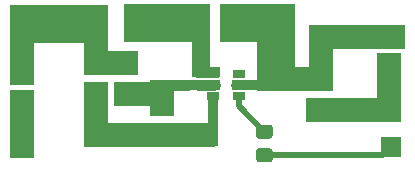
<source format=gbr>
%TF.GenerationSoftware,KiCad,Pcbnew,(5.1.10)-1*%
%TF.CreationDate,2021-11-09T18:22:06+08:00*%
%TF.ProjectId,mt3608,6d743336-3038-42e6-9b69-6361645f7063,rev?*%
%TF.SameCoordinates,Original*%
%TF.FileFunction,Copper,L1,Top*%
%TF.FilePolarity,Positive*%
%FSLAX46Y46*%
G04 Gerber Fmt 4.6, Leading zero omitted, Abs format (unit mm)*
G04 Created by KiCad (PCBNEW (5.1.10)-1) date 2021-11-09 18:22:06*
%MOMM*%
%LPD*%
G01*
G04 APERTURE LIST*
%TA.AperFunction,SMDPad,CuDef*%
%ADD10R,0.900000X0.900000*%
%TD*%
%TA.AperFunction,SMDPad,CuDef*%
%ADD11C,0.100000*%
%TD*%
%TA.AperFunction,SMDPad,CuDef*%
%ADD12R,2.000000X2.000000*%
%TD*%
%TA.AperFunction,SMDPad,CuDef*%
%ADD13R,3.200000X3.200000*%
%TD*%
%TA.AperFunction,SMDPad,CuDef*%
%ADD14R,1.500000X1.500000*%
%TD*%
%TA.AperFunction,SMDPad,CuDef*%
%ADD15R,2.500000X1.800000*%
%TD*%
%TA.AperFunction,ComponentPad*%
%ADD16R,1.700000X1.700000*%
%TD*%
%TA.AperFunction,SMDPad,CuDef*%
%ADD17R,1.000000X2.750000*%
%TD*%
%TA.AperFunction,SMDPad,CuDef*%
%ADD18R,1.060000X0.650000*%
%TD*%
%TA.AperFunction,ComponentPad*%
%ADD19O,1.700000X1.700000*%
%TD*%
%TA.AperFunction,ViaPad*%
%ADD20C,0.800000*%
%TD*%
%TA.AperFunction,Conductor*%
%ADD21C,0.250000*%
%TD*%
%TA.AperFunction,Conductor*%
%ADD22C,0.500000*%
%TD*%
G04 APERTURE END LIST*
D10*
%TO.P,,1*%
%TO.N,N/C*%
X55700000Y-46380000D03*
X55700000Y-47880000D03*
%TA.AperFunction,SMDPad,CuDef*%
D11*
G36*
X55250044Y-46373717D02*
G01*
X55252804Y-46329839D01*
X55259834Y-46286440D01*
X55271064Y-46243934D01*
X55286389Y-46202726D01*
X55305662Y-46163211D01*
X55328699Y-46125765D01*
X55355280Y-46090746D01*
X55385151Y-46058487D01*
X55418028Y-46029298D01*
X55453597Y-46003456D01*
X55491517Y-45981208D01*
X55531427Y-45962767D01*
X55572946Y-45948309D01*
X55615678Y-45937971D01*
X55659215Y-45931852D01*
X55703142Y-45930011D01*
X55747038Y-45932465D01*
X55790485Y-45939191D01*
X55833069Y-45950125D01*
X55874382Y-45965162D01*
X55914031Y-45984158D01*
X55951637Y-46006933D01*
X55986841Y-46033269D01*
X56019307Y-46062915D01*
X56048725Y-46095587D01*
X56074815Y-46130974D01*
X56097326Y-46168738D01*
X56116046Y-46208518D01*
X56130794Y-46249936D01*
X56141430Y-46292595D01*
X56147852Y-46336088D01*
X56150000Y-46380000D01*
X56150000Y-47880000D01*
X56149956Y-47886283D01*
X56149458Y-47894200D01*
X56149458Y-47902080D01*
X56148087Y-47916003D01*
X56147196Y-47930161D01*
X56145910Y-47938100D01*
X56145129Y-47946029D01*
X56142416Y-47959666D01*
X56140166Y-47973560D01*
X56138090Y-47981418D01*
X56136514Y-47989341D01*
X56132503Y-48002564D01*
X56128936Y-48016066D01*
X56126067Y-48023781D01*
X56123695Y-48031600D01*
X56118449Y-48044265D01*
X56113611Y-48057274D01*
X56109959Y-48064762D01*
X56106795Y-48072400D01*
X56100378Y-48084406D01*
X56094338Y-48096789D01*
X56089923Y-48103966D01*
X56085978Y-48111346D01*
X56078466Y-48122588D01*
X56071301Y-48134235D01*
X56066149Y-48141022D01*
X56061443Y-48148065D01*
X56052925Y-48158445D01*
X56044720Y-48169254D01*
X56038864Y-48175579D01*
X56033428Y-48182202D01*
X56024005Y-48191625D01*
X56014849Y-48201513D01*
X56008324Y-48207306D01*
X56002202Y-48213428D01*
X55991977Y-48221819D01*
X55981972Y-48230702D01*
X55974841Y-48235882D01*
X55968065Y-48241443D01*
X55957146Y-48248739D01*
X55946403Y-48256544D01*
X55938709Y-48261058D01*
X55931346Y-48265978D01*
X55919853Y-48272121D01*
X55908483Y-48278792D01*
X55900290Y-48282578D01*
X55892400Y-48286795D01*
X55880454Y-48291743D01*
X55868573Y-48297233D01*
X55859958Y-48300233D01*
X55851600Y-48303695D01*
X55839311Y-48307423D01*
X55827054Y-48311691D01*
X55818097Y-48313858D01*
X55809341Y-48316514D01*
X55796841Y-48319000D01*
X55784322Y-48322029D01*
X55775093Y-48323326D01*
X55766029Y-48325129D01*
X55753448Y-48326368D01*
X55740785Y-48328148D01*
X55731376Y-48328542D01*
X55722080Y-48329458D01*
X55709528Y-48329458D01*
X55696858Y-48329989D01*
X55687360Y-48329458D01*
X55677920Y-48329458D01*
X55665531Y-48328238D01*
X55652962Y-48327535D01*
X55643454Y-48326063D01*
X55633971Y-48325129D01*
X55621862Y-48322720D01*
X55609515Y-48320809D01*
X55600105Y-48318393D01*
X55590659Y-48316514D01*
X55578926Y-48312955D01*
X55566931Y-48309875D01*
X55557716Y-48306521D01*
X55548400Y-48303695D01*
X55537156Y-48299038D01*
X55525618Y-48294838D01*
X55516685Y-48290558D01*
X55507600Y-48286795D01*
X55496960Y-48281108D01*
X55485969Y-48275842D01*
X55477405Y-48270656D01*
X55468654Y-48265978D01*
X55458706Y-48259331D01*
X55448363Y-48253067D01*
X55440274Y-48247015D01*
X55431935Y-48241443D01*
X55422758Y-48233912D01*
X55413159Y-48226731D01*
X55405624Y-48219851D01*
X55397798Y-48213428D01*
X55389466Y-48205096D01*
X55380693Y-48197085D01*
X55373804Y-48189434D01*
X55366572Y-48182202D01*
X55359159Y-48173169D01*
X55351275Y-48164413D01*
X55345102Y-48156040D01*
X55338557Y-48148065D01*
X55332126Y-48138440D01*
X55325185Y-48129026D01*
X55319806Y-48120002D01*
X55314022Y-48111346D01*
X55308606Y-48101214D01*
X55302674Y-48091262D01*
X55298166Y-48081681D01*
X55293205Y-48072400D01*
X55288849Y-48061885D01*
X55283954Y-48051482D01*
X55280362Y-48041395D01*
X55276305Y-48031600D01*
X55273029Y-48020801D01*
X55269206Y-48010064D01*
X55266595Y-47999590D01*
X55263486Y-47989341D01*
X55261302Y-47978361D01*
X55258570Y-47967405D01*
X55256977Y-47956618D01*
X55254871Y-47946029D01*
X55253783Y-47934988D01*
X55252148Y-47923912D01*
X55251611Y-47912934D01*
X55250542Y-47902080D01*
X55250542Y-47891080D01*
X55250000Y-47880000D01*
X55250000Y-46380000D01*
X55250044Y-46373717D01*
G37*
%TD.AperFunction*%
%TD*%
D12*
%TO.P,,1*%
%TO.N,N/C*%
X70590000Y-47420000D03*
X68590000Y-47420000D03*
%TA.AperFunction,SMDPad,CuDef*%
D11*
G36*
X70603962Y-46420097D02*
G01*
X70701469Y-46426232D01*
X70797912Y-46441852D01*
X70892370Y-46466809D01*
X70983942Y-46500865D01*
X71071754Y-46543693D01*
X71154967Y-46594887D01*
X71232788Y-46653956D01*
X71304473Y-46720337D01*
X71369338Y-46793396D01*
X71426764Y-46872437D01*
X71476204Y-46956704D01*
X71517184Y-47045393D01*
X71549314Y-47137659D01*
X71572287Y-47232619D01*
X71585884Y-47329367D01*
X71589976Y-47426981D01*
X71584522Y-47524528D01*
X71569575Y-47621078D01*
X71545278Y-47715708D01*
X71511863Y-47807516D01*
X71469649Y-47895624D01*
X71419038Y-47979193D01*
X71360513Y-48057424D01*
X71294634Y-48129571D01*
X71222029Y-48194944D01*
X71143392Y-48252921D01*
X71059472Y-48302948D01*
X70971070Y-48344546D01*
X70879032Y-48377319D01*
X70784234Y-48400955D01*
X70687583Y-48415227D01*
X70590000Y-48420000D01*
X68590000Y-48420000D01*
X68576038Y-48419903D01*
X68558428Y-48418795D01*
X68540932Y-48418795D01*
X68509979Y-48415747D01*
X68478531Y-48413768D01*
X68460919Y-48410915D01*
X68443270Y-48409177D01*
X68412959Y-48403148D01*
X68382088Y-48398148D01*
X68364609Y-48393530D01*
X68347020Y-48390031D01*
X68317672Y-48381129D01*
X68287630Y-48373191D01*
X68270483Y-48366814D01*
X68253110Y-48361544D01*
X68224960Y-48349884D01*
X68196058Y-48339135D01*
X68179421Y-48331021D01*
X68162445Y-48323989D01*
X68135768Y-48309730D01*
X68108246Y-48296307D01*
X68092300Y-48286496D01*
X68075897Y-48277729D01*
X68050905Y-48261030D01*
X68025033Y-48245113D01*
X68009949Y-48233664D01*
X67994301Y-48223208D01*
X67971238Y-48204281D01*
X67947212Y-48186044D01*
X67933154Y-48173026D01*
X67918441Y-48160951D01*
X67897503Y-48140013D01*
X67875527Y-48119663D01*
X67862655Y-48105165D01*
X67849049Y-48091559D01*
X67830395Y-48068829D01*
X67810662Y-48046604D01*
X67799139Y-48030744D01*
X67786792Y-48015699D01*
X67770572Y-47991425D01*
X67753236Y-47967563D01*
X67743209Y-47950474D01*
X67732271Y-47934103D01*
X67718615Y-47908554D01*
X67703796Y-47883296D01*
X67695385Y-47865093D01*
X67686011Y-47847555D01*
X67675013Y-47821004D01*
X67662816Y-47794607D01*
X67656150Y-47775466D01*
X67648456Y-47756890D01*
X67640173Y-47729584D01*
X67630686Y-47702341D01*
X67625869Y-47682431D01*
X67619969Y-47662980D01*
X67614443Y-47635199D01*
X67607713Y-47607381D01*
X67604833Y-47586889D01*
X67600823Y-47566730D01*
X67598067Y-47538747D01*
X67594116Y-47510633D01*
X67593240Y-47489728D01*
X67591205Y-47469068D01*
X67591205Y-47441192D01*
X67590024Y-47413019D01*
X67591205Y-47391896D01*
X67591205Y-47370932D01*
X67593917Y-47343398D01*
X67595478Y-47315472D01*
X67598745Y-47294366D01*
X67600823Y-47273270D01*
X67606182Y-47246329D01*
X67610425Y-47218922D01*
X67615791Y-47198021D01*
X67619969Y-47177020D01*
X67627878Y-47150946D01*
X67634722Y-47124292D01*
X67642177Y-47103809D01*
X67648456Y-47083110D01*
X67658800Y-47058138D01*
X67668137Y-47032484D01*
X67677654Y-47012620D01*
X67686011Y-46992445D01*
X67698647Y-46968804D01*
X67710351Y-46944376D01*
X67721872Y-46925352D01*
X67732271Y-46905897D01*
X67747048Y-46883781D01*
X67760962Y-46860807D01*
X67774416Y-46842823D01*
X67786792Y-46824301D01*
X67803531Y-46803905D01*
X67819487Y-46782576D01*
X67834778Y-46765830D01*
X67849049Y-46748441D01*
X67867551Y-46729939D01*
X67885366Y-46710429D01*
X67902383Y-46695107D01*
X67918441Y-46679049D01*
X67938516Y-46662574D01*
X67957971Y-46645056D01*
X67976571Y-46631343D01*
X67994301Y-46616792D01*
X68015705Y-46602490D01*
X68036608Y-46587079D01*
X68056651Y-46575131D01*
X68075897Y-46562271D01*
X68098400Y-46550243D01*
X68120528Y-46537052D01*
X68141853Y-46527017D01*
X68162445Y-46516011D01*
X68185817Y-46506330D01*
X68208930Y-46495454D01*
X68231319Y-46487482D01*
X68253110Y-46478456D01*
X68277122Y-46471172D01*
X68300968Y-46462681D01*
X68324248Y-46456877D01*
X68347020Y-46449969D01*
X68371418Y-46445116D01*
X68395766Y-46439045D01*
X68419706Y-46435510D01*
X68443270Y-46430823D01*
X68467826Y-46428405D01*
X68492417Y-46424773D01*
X68516824Y-46423579D01*
X68540932Y-46421205D01*
X68565364Y-46421205D01*
X68590000Y-46420000D01*
X70590000Y-46420000D01*
X70603962Y-46420097D01*
G37*
%TD.AperFunction*%
%TD*%
%TA.AperFunction,SMDPad,CuDef*%
%TO.P,,1*%
%TO.N,N/C*%
G36*
X66613962Y-46420097D02*
G01*
X66711469Y-46426232D01*
X66807912Y-46441852D01*
X66902370Y-46466809D01*
X66993942Y-46500865D01*
X67081754Y-46543693D01*
X67164967Y-46594887D01*
X67242788Y-46653956D01*
X67314473Y-46720337D01*
X67379338Y-46793396D01*
X67436764Y-46872437D01*
X67486204Y-46956704D01*
X67527184Y-47045393D01*
X67559314Y-47137659D01*
X67582287Y-47232619D01*
X67595884Y-47329367D01*
X67599976Y-47426981D01*
X67594522Y-47524528D01*
X67579575Y-47621078D01*
X67555278Y-47715708D01*
X67521863Y-47807516D01*
X67479649Y-47895624D01*
X67429038Y-47979193D01*
X67370513Y-48057424D01*
X67304634Y-48129571D01*
X67232029Y-48194944D01*
X67153392Y-48252921D01*
X67069472Y-48302948D01*
X66981070Y-48344546D01*
X66889032Y-48377319D01*
X66794234Y-48400955D01*
X66697583Y-48415227D01*
X66600000Y-48420000D01*
X64600000Y-48420000D01*
X64586038Y-48419903D01*
X64568428Y-48418795D01*
X64550932Y-48418795D01*
X64519979Y-48415747D01*
X64488531Y-48413768D01*
X64470919Y-48410915D01*
X64453270Y-48409177D01*
X64422959Y-48403148D01*
X64392088Y-48398148D01*
X64374609Y-48393530D01*
X64357020Y-48390031D01*
X64327672Y-48381129D01*
X64297630Y-48373191D01*
X64280483Y-48366814D01*
X64263110Y-48361544D01*
X64234960Y-48349884D01*
X64206058Y-48339135D01*
X64189421Y-48331021D01*
X64172445Y-48323989D01*
X64145768Y-48309730D01*
X64118246Y-48296307D01*
X64102300Y-48286496D01*
X64085897Y-48277729D01*
X64060905Y-48261030D01*
X64035033Y-48245113D01*
X64019949Y-48233664D01*
X64004301Y-48223208D01*
X63981238Y-48204281D01*
X63957212Y-48186044D01*
X63943154Y-48173026D01*
X63928441Y-48160951D01*
X63907503Y-48140013D01*
X63885527Y-48119663D01*
X63872655Y-48105165D01*
X63859049Y-48091559D01*
X63840395Y-48068829D01*
X63820662Y-48046604D01*
X63809139Y-48030744D01*
X63796792Y-48015699D01*
X63780572Y-47991425D01*
X63763236Y-47967563D01*
X63753209Y-47950474D01*
X63742271Y-47934103D01*
X63728615Y-47908554D01*
X63713796Y-47883296D01*
X63705385Y-47865093D01*
X63696011Y-47847555D01*
X63685013Y-47821004D01*
X63672816Y-47794607D01*
X63666150Y-47775466D01*
X63658456Y-47756890D01*
X63650173Y-47729584D01*
X63640686Y-47702341D01*
X63635869Y-47682431D01*
X63629969Y-47662980D01*
X63624443Y-47635199D01*
X63617713Y-47607381D01*
X63614833Y-47586889D01*
X63610823Y-47566730D01*
X63608067Y-47538747D01*
X63604116Y-47510633D01*
X63603240Y-47489728D01*
X63601205Y-47469068D01*
X63601205Y-47441192D01*
X63600024Y-47413019D01*
X63601205Y-47391896D01*
X63601205Y-47370932D01*
X63603917Y-47343398D01*
X63605478Y-47315472D01*
X63608745Y-47294366D01*
X63610823Y-47273270D01*
X63616182Y-47246329D01*
X63620425Y-47218922D01*
X63625791Y-47198021D01*
X63629969Y-47177020D01*
X63637878Y-47150946D01*
X63644722Y-47124292D01*
X63652177Y-47103809D01*
X63658456Y-47083110D01*
X63668800Y-47058138D01*
X63678137Y-47032484D01*
X63687654Y-47012620D01*
X63696011Y-46992445D01*
X63708647Y-46968804D01*
X63720351Y-46944376D01*
X63731872Y-46925352D01*
X63742271Y-46905897D01*
X63757048Y-46883781D01*
X63770962Y-46860807D01*
X63784416Y-46842823D01*
X63796792Y-46824301D01*
X63813531Y-46803905D01*
X63829487Y-46782576D01*
X63844778Y-46765830D01*
X63859049Y-46748441D01*
X63877551Y-46729939D01*
X63895366Y-46710429D01*
X63912383Y-46695107D01*
X63928441Y-46679049D01*
X63948516Y-46662574D01*
X63967971Y-46645056D01*
X63986571Y-46631343D01*
X64004301Y-46616792D01*
X64025705Y-46602490D01*
X64046608Y-46587079D01*
X64066651Y-46575131D01*
X64085897Y-46562271D01*
X64108400Y-46550243D01*
X64130528Y-46537052D01*
X64151853Y-46527017D01*
X64172445Y-46516011D01*
X64195817Y-46506330D01*
X64218930Y-46495454D01*
X64241319Y-46487482D01*
X64263110Y-46478456D01*
X64287122Y-46471172D01*
X64310968Y-46462681D01*
X64334248Y-46456877D01*
X64357020Y-46449969D01*
X64381418Y-46445116D01*
X64405766Y-46439045D01*
X64429706Y-46435510D01*
X64453270Y-46430823D01*
X64477826Y-46428405D01*
X64502417Y-46424773D01*
X64526824Y-46423579D01*
X64550932Y-46421205D01*
X64575364Y-46421205D01*
X64600000Y-46420000D01*
X66600000Y-46420000D01*
X66613962Y-46420097D01*
G37*
%TD.AperFunction*%
D12*
X64600000Y-47420000D03*
X66600000Y-47420000D03*
%TD*%
%TO.P,,1*%
%TO.N,N/C*%
X70590000Y-45600000D03*
X70590000Y-43600000D03*
%TA.AperFunction,SMDPad,CuDef*%
D11*
G36*
X71589903Y-45613962D02*
G01*
X71583768Y-45711469D01*
X71568148Y-45807912D01*
X71543191Y-45902370D01*
X71509135Y-45993942D01*
X71466307Y-46081754D01*
X71415113Y-46164967D01*
X71356044Y-46242788D01*
X71289663Y-46314473D01*
X71216604Y-46379338D01*
X71137563Y-46436764D01*
X71053296Y-46486204D01*
X70964607Y-46527184D01*
X70872341Y-46559314D01*
X70777381Y-46582287D01*
X70680633Y-46595884D01*
X70583019Y-46599976D01*
X70485472Y-46594522D01*
X70388922Y-46579575D01*
X70294292Y-46555278D01*
X70202484Y-46521863D01*
X70114376Y-46479649D01*
X70030807Y-46429038D01*
X69952576Y-46370513D01*
X69880429Y-46304634D01*
X69815056Y-46232029D01*
X69757079Y-46153392D01*
X69707052Y-46069472D01*
X69665454Y-45981070D01*
X69632681Y-45889032D01*
X69609045Y-45794234D01*
X69594773Y-45697583D01*
X69590000Y-45600000D01*
X69590000Y-43600000D01*
X69590097Y-43586038D01*
X69591205Y-43568428D01*
X69591205Y-43550932D01*
X69594253Y-43519979D01*
X69596232Y-43488531D01*
X69599085Y-43470919D01*
X69600823Y-43453270D01*
X69606852Y-43422959D01*
X69611852Y-43392088D01*
X69616470Y-43374609D01*
X69619969Y-43357020D01*
X69628871Y-43327672D01*
X69636809Y-43297630D01*
X69643186Y-43280483D01*
X69648456Y-43263110D01*
X69660116Y-43234960D01*
X69670865Y-43206058D01*
X69678979Y-43189421D01*
X69686011Y-43172445D01*
X69700270Y-43145768D01*
X69713693Y-43118246D01*
X69723504Y-43102300D01*
X69732271Y-43085897D01*
X69748970Y-43060905D01*
X69764887Y-43035033D01*
X69776336Y-43019949D01*
X69786792Y-43004301D01*
X69805719Y-42981238D01*
X69823956Y-42957212D01*
X69836974Y-42943154D01*
X69849049Y-42928441D01*
X69869987Y-42907503D01*
X69890337Y-42885527D01*
X69904835Y-42872655D01*
X69918441Y-42859049D01*
X69941171Y-42840395D01*
X69963396Y-42820662D01*
X69979256Y-42809139D01*
X69994301Y-42796792D01*
X70018575Y-42780572D01*
X70042437Y-42763236D01*
X70059526Y-42753209D01*
X70075897Y-42742271D01*
X70101446Y-42728615D01*
X70126704Y-42713796D01*
X70144907Y-42705385D01*
X70162445Y-42696011D01*
X70188996Y-42685013D01*
X70215393Y-42672816D01*
X70234534Y-42666150D01*
X70253110Y-42658456D01*
X70280416Y-42650173D01*
X70307659Y-42640686D01*
X70327569Y-42635869D01*
X70347020Y-42629969D01*
X70374801Y-42624443D01*
X70402619Y-42617713D01*
X70423111Y-42614833D01*
X70443270Y-42610823D01*
X70471253Y-42608067D01*
X70499367Y-42604116D01*
X70520272Y-42603240D01*
X70540932Y-42601205D01*
X70568808Y-42601205D01*
X70596981Y-42600024D01*
X70618104Y-42601205D01*
X70639068Y-42601205D01*
X70666602Y-42603917D01*
X70694528Y-42605478D01*
X70715634Y-42608745D01*
X70736730Y-42610823D01*
X70763671Y-42616182D01*
X70791078Y-42620425D01*
X70811979Y-42625791D01*
X70832980Y-42629969D01*
X70859054Y-42637878D01*
X70885708Y-42644722D01*
X70906191Y-42652177D01*
X70926890Y-42658456D01*
X70951862Y-42668800D01*
X70977516Y-42678137D01*
X70997380Y-42687654D01*
X71017555Y-42696011D01*
X71041196Y-42708647D01*
X71065624Y-42720351D01*
X71084648Y-42731872D01*
X71104103Y-42742271D01*
X71126219Y-42757048D01*
X71149193Y-42770962D01*
X71167177Y-42784416D01*
X71185699Y-42796792D01*
X71206095Y-42813531D01*
X71227424Y-42829487D01*
X71244170Y-42844778D01*
X71261559Y-42859049D01*
X71280061Y-42877551D01*
X71299571Y-42895366D01*
X71314893Y-42912383D01*
X71330951Y-42928441D01*
X71347426Y-42948516D01*
X71364944Y-42967971D01*
X71378657Y-42986571D01*
X71393208Y-43004301D01*
X71407510Y-43025705D01*
X71422921Y-43046608D01*
X71434869Y-43066651D01*
X71447729Y-43085897D01*
X71459757Y-43108400D01*
X71472948Y-43130528D01*
X71482983Y-43151853D01*
X71493989Y-43172445D01*
X71503670Y-43195817D01*
X71514546Y-43218930D01*
X71522518Y-43241319D01*
X71531544Y-43263110D01*
X71538828Y-43287122D01*
X71547319Y-43310968D01*
X71553123Y-43334248D01*
X71560031Y-43357020D01*
X71564884Y-43381418D01*
X71570955Y-43405766D01*
X71574490Y-43429706D01*
X71579177Y-43453270D01*
X71581595Y-43477826D01*
X71585227Y-43502417D01*
X71586421Y-43526824D01*
X71588795Y-43550932D01*
X71588795Y-43575364D01*
X71590000Y-43600000D01*
X71590000Y-45600000D01*
X71589903Y-45613962D01*
G37*
%TD.AperFunction*%
%TD*%
D12*
%TO.P,,1*%
%TO.N,N/C*%
X65050000Y-41210000D03*
X67050000Y-41210000D03*
%TA.AperFunction,SMDPad,CuDef*%
D11*
G36*
X65036038Y-42209903D02*
G01*
X64938531Y-42203768D01*
X64842088Y-42188148D01*
X64747630Y-42163191D01*
X64656058Y-42129135D01*
X64568246Y-42086307D01*
X64485033Y-42035113D01*
X64407212Y-41976044D01*
X64335527Y-41909663D01*
X64270662Y-41836604D01*
X64213236Y-41757563D01*
X64163796Y-41673296D01*
X64122816Y-41584607D01*
X64090686Y-41492341D01*
X64067713Y-41397381D01*
X64054116Y-41300633D01*
X64050024Y-41203019D01*
X64055478Y-41105472D01*
X64070425Y-41008922D01*
X64094722Y-40914292D01*
X64128137Y-40822484D01*
X64170351Y-40734376D01*
X64220962Y-40650807D01*
X64279487Y-40572576D01*
X64345366Y-40500429D01*
X64417971Y-40435056D01*
X64496608Y-40377079D01*
X64580528Y-40327052D01*
X64668930Y-40285454D01*
X64760968Y-40252681D01*
X64855766Y-40229045D01*
X64952417Y-40214773D01*
X65050000Y-40210000D01*
X67050000Y-40210000D01*
X67063962Y-40210097D01*
X67081572Y-40211205D01*
X67099068Y-40211205D01*
X67130021Y-40214253D01*
X67161469Y-40216232D01*
X67179081Y-40219085D01*
X67196730Y-40220823D01*
X67227041Y-40226852D01*
X67257912Y-40231852D01*
X67275391Y-40236470D01*
X67292980Y-40239969D01*
X67322328Y-40248871D01*
X67352370Y-40256809D01*
X67369517Y-40263186D01*
X67386890Y-40268456D01*
X67415040Y-40280116D01*
X67443942Y-40290865D01*
X67460579Y-40298979D01*
X67477555Y-40306011D01*
X67504232Y-40320270D01*
X67531754Y-40333693D01*
X67547700Y-40343504D01*
X67564103Y-40352271D01*
X67589095Y-40368970D01*
X67614967Y-40384887D01*
X67630051Y-40396336D01*
X67645699Y-40406792D01*
X67668762Y-40425719D01*
X67692788Y-40443956D01*
X67706846Y-40456974D01*
X67721559Y-40469049D01*
X67742497Y-40489987D01*
X67764473Y-40510337D01*
X67777345Y-40524835D01*
X67790951Y-40538441D01*
X67809605Y-40561171D01*
X67829338Y-40583396D01*
X67840861Y-40599256D01*
X67853208Y-40614301D01*
X67869428Y-40638575D01*
X67886764Y-40662437D01*
X67896791Y-40679526D01*
X67907729Y-40695897D01*
X67921385Y-40721446D01*
X67936204Y-40746704D01*
X67944615Y-40764907D01*
X67953989Y-40782445D01*
X67964987Y-40808996D01*
X67977184Y-40835393D01*
X67983850Y-40854534D01*
X67991544Y-40873110D01*
X67999827Y-40900416D01*
X68009314Y-40927659D01*
X68014131Y-40947569D01*
X68020031Y-40967020D01*
X68025557Y-40994801D01*
X68032287Y-41022619D01*
X68035167Y-41043111D01*
X68039177Y-41063270D01*
X68041933Y-41091253D01*
X68045884Y-41119367D01*
X68046760Y-41140272D01*
X68048795Y-41160932D01*
X68048795Y-41188808D01*
X68049976Y-41216981D01*
X68048795Y-41238104D01*
X68048795Y-41259068D01*
X68046083Y-41286602D01*
X68044522Y-41314528D01*
X68041255Y-41335634D01*
X68039177Y-41356730D01*
X68033818Y-41383671D01*
X68029575Y-41411078D01*
X68024209Y-41431979D01*
X68020031Y-41452980D01*
X68012122Y-41479054D01*
X68005278Y-41505708D01*
X67997823Y-41526191D01*
X67991544Y-41546890D01*
X67981200Y-41571862D01*
X67971863Y-41597516D01*
X67962346Y-41617380D01*
X67953989Y-41637555D01*
X67941353Y-41661196D01*
X67929649Y-41685624D01*
X67918128Y-41704648D01*
X67907729Y-41724103D01*
X67892952Y-41746219D01*
X67879038Y-41769193D01*
X67865584Y-41787177D01*
X67853208Y-41805699D01*
X67836469Y-41826095D01*
X67820513Y-41847424D01*
X67805222Y-41864170D01*
X67790951Y-41881559D01*
X67772449Y-41900061D01*
X67754634Y-41919571D01*
X67737617Y-41934893D01*
X67721559Y-41950951D01*
X67701484Y-41967426D01*
X67682029Y-41984944D01*
X67663429Y-41998657D01*
X67645699Y-42013208D01*
X67624295Y-42027510D01*
X67603392Y-42042921D01*
X67583349Y-42054869D01*
X67564103Y-42067729D01*
X67541600Y-42079757D01*
X67519472Y-42092948D01*
X67498147Y-42102983D01*
X67477555Y-42113989D01*
X67454183Y-42123670D01*
X67431070Y-42134546D01*
X67408681Y-42142518D01*
X67386890Y-42151544D01*
X67362878Y-42158828D01*
X67339032Y-42167319D01*
X67315752Y-42173123D01*
X67292980Y-42180031D01*
X67268582Y-42184884D01*
X67244234Y-42190955D01*
X67220294Y-42194490D01*
X67196730Y-42199177D01*
X67172174Y-42201595D01*
X67147583Y-42205227D01*
X67123176Y-42206421D01*
X67099068Y-42208795D01*
X67074636Y-42208795D01*
X67050000Y-42210000D01*
X65050000Y-42210000D01*
X65036038Y-42209903D01*
G37*
%TD.AperFunction*%
%TD*%
%TA.AperFunction,SMDPad,CuDef*%
%TO.P,,1*%
%TO.N,N/C*%
G36*
X68896038Y-42209903D02*
G01*
X68798531Y-42203768D01*
X68702088Y-42188148D01*
X68607630Y-42163191D01*
X68516058Y-42129135D01*
X68428246Y-42086307D01*
X68345033Y-42035113D01*
X68267212Y-41976044D01*
X68195527Y-41909663D01*
X68130662Y-41836604D01*
X68073236Y-41757563D01*
X68023796Y-41673296D01*
X67982816Y-41584607D01*
X67950686Y-41492341D01*
X67927713Y-41397381D01*
X67914116Y-41300633D01*
X67910024Y-41203019D01*
X67915478Y-41105472D01*
X67930425Y-41008922D01*
X67954722Y-40914292D01*
X67988137Y-40822484D01*
X68030351Y-40734376D01*
X68080962Y-40650807D01*
X68139487Y-40572576D01*
X68205366Y-40500429D01*
X68277971Y-40435056D01*
X68356608Y-40377079D01*
X68440528Y-40327052D01*
X68528930Y-40285454D01*
X68620968Y-40252681D01*
X68715766Y-40229045D01*
X68812417Y-40214773D01*
X68910000Y-40210000D01*
X70910000Y-40210000D01*
X70923962Y-40210097D01*
X70941572Y-40211205D01*
X70959068Y-40211205D01*
X70990021Y-40214253D01*
X71021469Y-40216232D01*
X71039081Y-40219085D01*
X71056730Y-40220823D01*
X71087041Y-40226852D01*
X71117912Y-40231852D01*
X71135391Y-40236470D01*
X71152980Y-40239969D01*
X71182328Y-40248871D01*
X71212370Y-40256809D01*
X71229517Y-40263186D01*
X71246890Y-40268456D01*
X71275040Y-40280116D01*
X71303942Y-40290865D01*
X71320579Y-40298979D01*
X71337555Y-40306011D01*
X71364232Y-40320270D01*
X71391754Y-40333693D01*
X71407700Y-40343504D01*
X71424103Y-40352271D01*
X71449095Y-40368970D01*
X71474967Y-40384887D01*
X71490051Y-40396336D01*
X71505699Y-40406792D01*
X71528762Y-40425719D01*
X71552788Y-40443956D01*
X71566846Y-40456974D01*
X71581559Y-40469049D01*
X71602497Y-40489987D01*
X71624473Y-40510337D01*
X71637345Y-40524835D01*
X71650951Y-40538441D01*
X71669605Y-40561171D01*
X71689338Y-40583396D01*
X71700861Y-40599256D01*
X71713208Y-40614301D01*
X71729428Y-40638575D01*
X71746764Y-40662437D01*
X71756791Y-40679526D01*
X71767729Y-40695897D01*
X71781385Y-40721446D01*
X71796204Y-40746704D01*
X71804615Y-40764907D01*
X71813989Y-40782445D01*
X71824987Y-40808996D01*
X71837184Y-40835393D01*
X71843850Y-40854534D01*
X71851544Y-40873110D01*
X71859827Y-40900416D01*
X71869314Y-40927659D01*
X71874131Y-40947569D01*
X71880031Y-40967020D01*
X71885557Y-40994801D01*
X71892287Y-41022619D01*
X71895167Y-41043111D01*
X71899177Y-41063270D01*
X71901933Y-41091253D01*
X71905884Y-41119367D01*
X71906760Y-41140272D01*
X71908795Y-41160932D01*
X71908795Y-41188808D01*
X71909976Y-41216981D01*
X71908795Y-41238104D01*
X71908795Y-41259068D01*
X71906083Y-41286602D01*
X71904522Y-41314528D01*
X71901255Y-41335634D01*
X71899177Y-41356730D01*
X71893818Y-41383671D01*
X71889575Y-41411078D01*
X71884209Y-41431979D01*
X71880031Y-41452980D01*
X71872122Y-41479054D01*
X71865278Y-41505708D01*
X71857823Y-41526191D01*
X71851544Y-41546890D01*
X71841200Y-41571862D01*
X71831863Y-41597516D01*
X71822346Y-41617380D01*
X71813989Y-41637555D01*
X71801353Y-41661196D01*
X71789649Y-41685624D01*
X71778128Y-41704648D01*
X71767729Y-41724103D01*
X71752952Y-41746219D01*
X71739038Y-41769193D01*
X71725584Y-41787177D01*
X71713208Y-41805699D01*
X71696469Y-41826095D01*
X71680513Y-41847424D01*
X71665222Y-41864170D01*
X71650951Y-41881559D01*
X71632449Y-41900061D01*
X71614634Y-41919571D01*
X71597617Y-41934893D01*
X71581559Y-41950951D01*
X71561484Y-41967426D01*
X71542029Y-41984944D01*
X71523429Y-41998657D01*
X71505699Y-42013208D01*
X71484295Y-42027510D01*
X71463392Y-42042921D01*
X71443349Y-42054869D01*
X71424103Y-42067729D01*
X71401600Y-42079757D01*
X71379472Y-42092948D01*
X71358147Y-42102983D01*
X71337555Y-42113989D01*
X71314183Y-42123670D01*
X71291070Y-42134546D01*
X71268681Y-42142518D01*
X71246890Y-42151544D01*
X71222878Y-42158828D01*
X71199032Y-42167319D01*
X71175752Y-42173123D01*
X71152980Y-42180031D01*
X71128582Y-42184884D01*
X71104234Y-42190955D01*
X71080294Y-42194490D01*
X71056730Y-42199177D01*
X71032174Y-42201595D01*
X71007583Y-42205227D01*
X70983176Y-42206421D01*
X70959068Y-42208795D01*
X70934636Y-42208795D01*
X70910000Y-42210000D01*
X68910000Y-42210000D01*
X68896038Y-42209903D01*
G37*
%TD.AperFunction*%
D12*
X70910000Y-41210000D03*
X68910000Y-41210000D03*
%TD*%
%TO.P,,1*%
%TO.N,N/C*%
X64810000Y-41210000D03*
X64810000Y-43210000D03*
%TA.AperFunction,SMDPad,CuDef*%
D11*
G36*
X63810097Y-41196038D02*
G01*
X63816232Y-41098531D01*
X63831852Y-41002088D01*
X63856809Y-40907630D01*
X63890865Y-40816058D01*
X63933693Y-40728246D01*
X63984887Y-40645033D01*
X64043956Y-40567212D01*
X64110337Y-40495527D01*
X64183396Y-40430662D01*
X64262437Y-40373236D01*
X64346704Y-40323796D01*
X64435393Y-40282816D01*
X64527659Y-40250686D01*
X64622619Y-40227713D01*
X64719367Y-40214116D01*
X64816981Y-40210024D01*
X64914528Y-40215478D01*
X65011078Y-40230425D01*
X65105708Y-40254722D01*
X65197516Y-40288137D01*
X65285624Y-40330351D01*
X65369193Y-40380962D01*
X65447424Y-40439487D01*
X65519571Y-40505366D01*
X65584944Y-40577971D01*
X65642921Y-40656608D01*
X65692948Y-40740528D01*
X65734546Y-40828930D01*
X65767319Y-40920968D01*
X65790955Y-41015766D01*
X65805227Y-41112417D01*
X65810000Y-41210000D01*
X65810000Y-43210000D01*
X65809903Y-43223962D01*
X65808795Y-43241572D01*
X65808795Y-43259068D01*
X65805747Y-43290021D01*
X65803768Y-43321469D01*
X65800915Y-43339081D01*
X65799177Y-43356730D01*
X65793148Y-43387041D01*
X65788148Y-43417912D01*
X65783530Y-43435391D01*
X65780031Y-43452980D01*
X65771129Y-43482328D01*
X65763191Y-43512370D01*
X65756814Y-43529517D01*
X65751544Y-43546890D01*
X65739884Y-43575040D01*
X65729135Y-43603942D01*
X65721021Y-43620579D01*
X65713989Y-43637555D01*
X65699730Y-43664232D01*
X65686307Y-43691754D01*
X65676496Y-43707700D01*
X65667729Y-43724103D01*
X65651030Y-43749095D01*
X65635113Y-43774967D01*
X65623664Y-43790051D01*
X65613208Y-43805699D01*
X65594281Y-43828762D01*
X65576044Y-43852788D01*
X65563026Y-43866846D01*
X65550951Y-43881559D01*
X65530013Y-43902497D01*
X65509663Y-43924473D01*
X65495165Y-43937345D01*
X65481559Y-43950951D01*
X65458829Y-43969605D01*
X65436604Y-43989338D01*
X65420744Y-44000861D01*
X65405699Y-44013208D01*
X65381425Y-44029428D01*
X65357563Y-44046764D01*
X65340474Y-44056791D01*
X65324103Y-44067729D01*
X65298554Y-44081385D01*
X65273296Y-44096204D01*
X65255093Y-44104615D01*
X65237555Y-44113989D01*
X65211004Y-44124987D01*
X65184607Y-44137184D01*
X65165466Y-44143850D01*
X65146890Y-44151544D01*
X65119584Y-44159827D01*
X65092341Y-44169314D01*
X65072431Y-44174131D01*
X65052980Y-44180031D01*
X65025199Y-44185557D01*
X64997381Y-44192287D01*
X64976889Y-44195167D01*
X64956730Y-44199177D01*
X64928747Y-44201933D01*
X64900633Y-44205884D01*
X64879728Y-44206760D01*
X64859068Y-44208795D01*
X64831192Y-44208795D01*
X64803019Y-44209976D01*
X64781896Y-44208795D01*
X64760932Y-44208795D01*
X64733398Y-44206083D01*
X64705472Y-44204522D01*
X64684366Y-44201255D01*
X64663270Y-44199177D01*
X64636329Y-44193818D01*
X64608922Y-44189575D01*
X64588021Y-44184209D01*
X64567020Y-44180031D01*
X64540946Y-44172122D01*
X64514292Y-44165278D01*
X64493809Y-44157823D01*
X64473110Y-44151544D01*
X64448138Y-44141200D01*
X64422484Y-44131863D01*
X64402620Y-44122346D01*
X64382445Y-44113989D01*
X64358804Y-44101353D01*
X64334376Y-44089649D01*
X64315352Y-44078128D01*
X64295897Y-44067729D01*
X64273781Y-44052952D01*
X64250807Y-44039038D01*
X64232823Y-44025584D01*
X64214301Y-44013208D01*
X64193905Y-43996469D01*
X64172576Y-43980513D01*
X64155830Y-43965222D01*
X64138441Y-43950951D01*
X64119939Y-43932449D01*
X64100429Y-43914634D01*
X64085107Y-43897617D01*
X64069049Y-43881559D01*
X64052574Y-43861484D01*
X64035056Y-43842029D01*
X64021343Y-43823429D01*
X64006792Y-43805699D01*
X63992490Y-43784295D01*
X63977079Y-43763392D01*
X63965131Y-43743349D01*
X63952271Y-43724103D01*
X63940243Y-43701600D01*
X63927052Y-43679472D01*
X63917017Y-43658147D01*
X63906011Y-43637555D01*
X63896330Y-43614183D01*
X63885454Y-43591070D01*
X63877482Y-43568681D01*
X63868456Y-43546890D01*
X63861172Y-43522878D01*
X63852681Y-43499032D01*
X63846877Y-43475752D01*
X63839969Y-43452980D01*
X63835116Y-43428582D01*
X63829045Y-43404234D01*
X63825510Y-43380294D01*
X63820823Y-43356730D01*
X63818405Y-43332174D01*
X63814773Y-43307583D01*
X63813579Y-43283176D01*
X63811205Y-43259068D01*
X63811205Y-43234636D01*
X63810000Y-43210000D01*
X63810000Y-41210000D01*
X63810097Y-41196038D01*
G37*
%TD.AperFunction*%
%TD*%
%TA.AperFunction,SMDPad,CuDef*%
%TO.P,,1*%
%TO.N,N/C*%
G36*
X64823962Y-43770097D02*
G01*
X64921469Y-43776232D01*
X65017912Y-43791852D01*
X65112370Y-43816809D01*
X65203942Y-43850865D01*
X65291754Y-43893693D01*
X65374967Y-43944887D01*
X65452788Y-44003956D01*
X65524473Y-44070337D01*
X65589338Y-44143396D01*
X65646764Y-44222437D01*
X65696204Y-44306704D01*
X65737184Y-44395393D01*
X65769314Y-44487659D01*
X65792287Y-44582619D01*
X65805884Y-44679367D01*
X65809976Y-44776981D01*
X65804522Y-44874528D01*
X65789575Y-44971078D01*
X65765278Y-45065708D01*
X65731863Y-45157516D01*
X65689649Y-45245624D01*
X65639038Y-45329193D01*
X65580513Y-45407424D01*
X65514634Y-45479571D01*
X65442029Y-45544944D01*
X65363392Y-45602921D01*
X65279472Y-45652948D01*
X65191070Y-45694546D01*
X65099032Y-45727319D01*
X65004234Y-45750955D01*
X64907583Y-45765227D01*
X64810000Y-45770000D01*
X62810000Y-45770000D01*
X62796038Y-45769903D01*
X62778428Y-45768795D01*
X62760932Y-45768795D01*
X62729979Y-45765747D01*
X62698531Y-45763768D01*
X62680919Y-45760915D01*
X62663270Y-45759177D01*
X62632959Y-45753148D01*
X62602088Y-45748148D01*
X62584609Y-45743530D01*
X62567020Y-45740031D01*
X62537672Y-45731129D01*
X62507630Y-45723191D01*
X62490483Y-45716814D01*
X62473110Y-45711544D01*
X62444960Y-45699884D01*
X62416058Y-45689135D01*
X62399421Y-45681021D01*
X62382445Y-45673989D01*
X62355768Y-45659730D01*
X62328246Y-45646307D01*
X62312300Y-45636496D01*
X62295897Y-45627729D01*
X62270905Y-45611030D01*
X62245033Y-45595113D01*
X62229949Y-45583664D01*
X62214301Y-45573208D01*
X62191238Y-45554281D01*
X62167212Y-45536044D01*
X62153154Y-45523026D01*
X62138441Y-45510951D01*
X62117503Y-45490013D01*
X62095527Y-45469663D01*
X62082655Y-45455165D01*
X62069049Y-45441559D01*
X62050395Y-45418829D01*
X62030662Y-45396604D01*
X62019139Y-45380744D01*
X62006792Y-45365699D01*
X61990572Y-45341425D01*
X61973236Y-45317563D01*
X61963209Y-45300474D01*
X61952271Y-45284103D01*
X61938615Y-45258554D01*
X61923796Y-45233296D01*
X61915385Y-45215093D01*
X61906011Y-45197555D01*
X61895013Y-45171004D01*
X61882816Y-45144607D01*
X61876150Y-45125466D01*
X61868456Y-45106890D01*
X61860173Y-45079584D01*
X61850686Y-45052341D01*
X61845869Y-45032431D01*
X61839969Y-45012980D01*
X61834443Y-44985199D01*
X61827713Y-44957381D01*
X61824833Y-44936889D01*
X61820823Y-44916730D01*
X61818067Y-44888747D01*
X61814116Y-44860633D01*
X61813240Y-44839728D01*
X61811205Y-44819068D01*
X61811205Y-44791192D01*
X61810024Y-44763019D01*
X61811205Y-44741896D01*
X61811205Y-44720932D01*
X61813917Y-44693398D01*
X61815478Y-44665472D01*
X61818745Y-44644366D01*
X61820823Y-44623270D01*
X61826182Y-44596329D01*
X61830425Y-44568922D01*
X61835791Y-44548021D01*
X61839969Y-44527020D01*
X61847878Y-44500946D01*
X61854722Y-44474292D01*
X61862177Y-44453809D01*
X61868456Y-44433110D01*
X61878800Y-44408138D01*
X61888137Y-44382484D01*
X61897654Y-44362620D01*
X61906011Y-44342445D01*
X61918647Y-44318804D01*
X61930351Y-44294376D01*
X61941872Y-44275352D01*
X61952271Y-44255897D01*
X61967048Y-44233781D01*
X61980962Y-44210807D01*
X61994416Y-44192823D01*
X62006792Y-44174301D01*
X62023531Y-44153905D01*
X62039487Y-44132576D01*
X62054778Y-44115830D01*
X62069049Y-44098441D01*
X62087551Y-44079939D01*
X62105366Y-44060429D01*
X62122383Y-44045107D01*
X62138441Y-44029049D01*
X62158516Y-44012574D01*
X62177971Y-43995056D01*
X62196571Y-43981343D01*
X62214301Y-43966792D01*
X62235705Y-43952490D01*
X62256608Y-43937079D01*
X62276651Y-43925131D01*
X62295897Y-43912271D01*
X62318400Y-43900243D01*
X62340528Y-43887052D01*
X62361853Y-43877017D01*
X62382445Y-43866011D01*
X62405817Y-43856330D01*
X62428930Y-43845454D01*
X62451319Y-43837482D01*
X62473110Y-43828456D01*
X62497122Y-43821172D01*
X62520968Y-43812681D01*
X62544248Y-43806877D01*
X62567020Y-43799969D01*
X62591418Y-43795116D01*
X62615766Y-43789045D01*
X62639706Y-43785510D01*
X62663270Y-43780823D01*
X62687826Y-43778405D01*
X62712417Y-43774773D01*
X62736824Y-43773579D01*
X62760932Y-43771205D01*
X62785364Y-43771205D01*
X62810000Y-43770000D01*
X64810000Y-43770000D01*
X64823962Y-43770097D01*
G37*
%TD.AperFunction*%
D12*
X62810000Y-44770000D03*
X64810000Y-44770000D03*
%TD*%
D13*
%TO.P,,1*%
%TO.N,N/C*%
X61040000Y-44170000D03*
X61040000Y-42170000D03*
%TA.AperFunction,SMDPad,CuDef*%
D11*
G36*
X62639844Y-44192339D02*
G01*
X62630029Y-44348350D01*
X62605036Y-44502659D01*
X62565105Y-44653792D01*
X62510617Y-44800307D01*
X62442091Y-44940806D01*
X62360182Y-45073947D01*
X62265671Y-45198460D01*
X62159461Y-45313156D01*
X62042566Y-45416941D01*
X61916101Y-45508823D01*
X61781274Y-45587926D01*
X61639371Y-45653494D01*
X61491746Y-45704902D01*
X61339810Y-45741660D01*
X61185012Y-45763415D01*
X61028830Y-45769961D01*
X60872754Y-45761235D01*
X60718275Y-45737320D01*
X60566867Y-45698445D01*
X60419975Y-45644981D01*
X60279001Y-45577438D01*
X60145291Y-45496460D01*
X60020122Y-45402821D01*
X59904687Y-45297415D01*
X59800089Y-45181247D01*
X59707326Y-45055426D01*
X59627284Y-44921155D01*
X59560726Y-44779713D01*
X59508289Y-44632451D01*
X59470472Y-44480775D01*
X59447636Y-44326133D01*
X59440000Y-44170000D01*
X59440000Y-42170000D01*
X59440156Y-42147661D01*
X59441927Y-42119511D01*
X59441927Y-42091492D01*
X59446806Y-42041954D01*
X59449971Y-41991650D01*
X59454538Y-41963454D01*
X59457318Y-41935231D01*
X59466961Y-41886750D01*
X59474964Y-41837341D01*
X59482349Y-41809388D01*
X59487950Y-41781232D01*
X59502204Y-41734242D01*
X59514895Y-41686208D01*
X59525093Y-41658786D01*
X59533529Y-41630976D01*
X59552187Y-41585932D01*
X59569383Y-41539693D01*
X59582366Y-41513073D01*
X59593617Y-41485912D01*
X59616433Y-41443226D01*
X59637909Y-41399194D01*
X59653611Y-41373672D01*
X59667634Y-41347436D01*
X59694337Y-41307472D01*
X59719818Y-41266053D01*
X59738148Y-41241904D01*
X59754868Y-41216881D01*
X59785144Y-41179990D01*
X59814329Y-41141540D01*
X59835158Y-41119047D01*
X59854478Y-41095506D01*
X59887985Y-41061999D01*
X59920539Y-41026844D01*
X59943731Y-41006253D01*
X59965506Y-40984478D01*
X60001864Y-40954639D01*
X60037434Y-40923059D01*
X60062813Y-40904620D01*
X60086881Y-40884868D01*
X60125702Y-40858928D01*
X60163899Y-40831177D01*
X60191259Y-40815125D01*
X60217436Y-40797634D01*
X60258304Y-40775790D01*
X60298726Y-40752074D01*
X60327844Y-40738620D01*
X60355912Y-40723617D01*
X60398414Y-40706012D01*
X60440629Y-40686506D01*
X60471239Y-40675847D01*
X60500976Y-40663529D01*
X60544685Y-40650270D01*
X60588254Y-40635098D01*
X60620103Y-40627393D01*
X60651232Y-40617950D01*
X60695669Y-40609111D01*
X60740190Y-40598340D01*
X60773002Y-40593729D01*
X60805231Y-40587318D01*
X60849978Y-40582911D01*
X60894988Y-40576585D01*
X60928432Y-40575183D01*
X60961492Y-40571927D01*
X61006124Y-40571927D01*
X61051170Y-40570039D01*
X61084939Y-40571927D01*
X61118508Y-40571927D01*
X61162577Y-40576268D01*
X61207246Y-40578765D01*
X61241025Y-40583994D01*
X61274769Y-40587318D01*
X61317860Y-40595889D01*
X61361725Y-40602680D01*
X61395166Y-40611266D01*
X61428768Y-40617950D01*
X61470492Y-40630607D01*
X61513133Y-40641555D01*
X61545899Y-40653481D01*
X61579024Y-40663529D01*
X61618989Y-40680083D01*
X61660025Y-40695019D01*
X61691797Y-40710242D01*
X61724088Y-40723617D01*
X61761919Y-40743838D01*
X61800999Y-40762562D01*
X61831441Y-40780998D01*
X61862564Y-40797634D01*
X61897945Y-40821275D01*
X61934709Y-40843540D01*
X61963483Y-40865066D01*
X61993119Y-40884868D01*
X62025753Y-40911650D01*
X62059878Y-40937179D01*
X62086671Y-40961644D01*
X62114494Y-40984478D01*
X62144098Y-41014082D01*
X62175313Y-41042585D01*
X62199831Y-41069815D01*
X62225522Y-41095506D01*
X62251868Y-41127609D01*
X62279911Y-41158753D01*
X62301860Y-41188524D01*
X62325132Y-41216881D01*
X62348011Y-41251122D01*
X62372674Y-41284574D01*
X62391789Y-41316641D01*
X62412366Y-41347436D01*
X62431613Y-41383444D01*
X62452716Y-41418845D01*
X62468767Y-41452954D01*
X62486383Y-41485912D01*
X62501877Y-41523316D01*
X62519274Y-41560287D01*
X62532036Y-41596126D01*
X62546471Y-41630976D01*
X62558125Y-41669394D01*
X62571711Y-41707549D01*
X62580999Y-41744801D01*
X62592050Y-41781232D01*
X62599814Y-41820262D01*
X62609528Y-41859225D01*
X62615188Y-41897557D01*
X62622682Y-41935231D01*
X62626548Y-41974486D01*
X62632364Y-42013867D01*
X62634274Y-42052920D01*
X62638073Y-42091492D01*
X62638073Y-42130599D01*
X62640000Y-42170000D01*
X62640000Y-44170000D01*
X62639844Y-44192339D01*
G37*
%TD.AperFunction*%
%TD*%
%TA.AperFunction,SMDPad,CuDef*%
%TO.P,,1*%
%TO.N,N/C*%
G36*
X59017661Y-41699844D02*
G01*
X58861650Y-41690029D01*
X58707341Y-41665036D01*
X58556208Y-41625105D01*
X58409693Y-41570617D01*
X58269194Y-41502091D01*
X58136053Y-41420182D01*
X58011540Y-41325671D01*
X57896844Y-41219461D01*
X57793059Y-41102566D01*
X57701177Y-40976101D01*
X57622074Y-40841274D01*
X57556506Y-40699371D01*
X57505098Y-40551746D01*
X57468340Y-40399810D01*
X57446585Y-40245012D01*
X57440039Y-40088830D01*
X57448765Y-39932754D01*
X57472680Y-39778275D01*
X57511555Y-39626867D01*
X57565019Y-39479975D01*
X57632562Y-39339001D01*
X57713540Y-39205291D01*
X57807179Y-39080122D01*
X57912585Y-38964687D01*
X58028753Y-38860089D01*
X58154574Y-38767326D01*
X58288845Y-38687284D01*
X58430287Y-38620726D01*
X58577549Y-38568289D01*
X58729225Y-38530472D01*
X58883867Y-38507636D01*
X59040000Y-38500000D01*
X61040000Y-38500000D01*
X61062339Y-38500156D01*
X61090489Y-38501927D01*
X61118508Y-38501927D01*
X61168046Y-38506806D01*
X61218350Y-38509971D01*
X61246546Y-38514538D01*
X61274769Y-38517318D01*
X61323250Y-38526961D01*
X61372659Y-38534964D01*
X61400612Y-38542349D01*
X61428768Y-38547950D01*
X61475758Y-38562204D01*
X61523792Y-38574895D01*
X61551214Y-38585093D01*
X61579024Y-38593529D01*
X61624068Y-38612187D01*
X61670307Y-38629383D01*
X61696927Y-38642366D01*
X61724088Y-38653617D01*
X61766774Y-38676433D01*
X61810806Y-38697909D01*
X61836328Y-38713611D01*
X61862564Y-38727634D01*
X61902528Y-38754337D01*
X61943947Y-38779818D01*
X61968096Y-38798148D01*
X61993119Y-38814868D01*
X62030010Y-38845144D01*
X62068460Y-38874329D01*
X62090953Y-38895158D01*
X62114494Y-38914478D01*
X62148001Y-38947985D01*
X62183156Y-38980539D01*
X62203747Y-39003731D01*
X62225522Y-39025506D01*
X62255361Y-39061864D01*
X62286941Y-39097434D01*
X62305380Y-39122813D01*
X62325132Y-39146881D01*
X62351072Y-39185702D01*
X62378823Y-39223899D01*
X62394875Y-39251259D01*
X62412366Y-39277436D01*
X62434210Y-39318304D01*
X62457926Y-39358726D01*
X62471380Y-39387844D01*
X62486383Y-39415912D01*
X62503988Y-39458414D01*
X62523494Y-39500629D01*
X62534153Y-39531239D01*
X62546471Y-39560976D01*
X62559730Y-39604685D01*
X62574902Y-39648254D01*
X62582607Y-39680103D01*
X62592050Y-39711232D01*
X62600889Y-39755669D01*
X62611660Y-39800190D01*
X62616271Y-39833002D01*
X62622682Y-39865231D01*
X62627089Y-39909978D01*
X62633415Y-39954988D01*
X62634817Y-39988432D01*
X62638073Y-40021492D01*
X62638073Y-40066124D01*
X62639961Y-40111170D01*
X62638073Y-40144939D01*
X62638073Y-40178508D01*
X62633732Y-40222577D01*
X62631235Y-40267246D01*
X62626006Y-40301025D01*
X62622682Y-40334769D01*
X62614111Y-40377860D01*
X62607320Y-40421725D01*
X62598734Y-40455166D01*
X62592050Y-40488768D01*
X62579393Y-40530492D01*
X62568445Y-40573133D01*
X62556519Y-40605899D01*
X62546471Y-40639024D01*
X62529917Y-40678989D01*
X62514981Y-40720025D01*
X62499758Y-40751797D01*
X62486383Y-40784088D01*
X62466162Y-40821919D01*
X62447438Y-40860999D01*
X62429002Y-40891441D01*
X62412366Y-40922564D01*
X62388725Y-40957945D01*
X62366460Y-40994709D01*
X62344934Y-41023483D01*
X62325132Y-41053119D01*
X62298350Y-41085753D01*
X62272821Y-41119878D01*
X62248356Y-41146671D01*
X62225522Y-41174494D01*
X62195918Y-41204098D01*
X62167415Y-41235313D01*
X62140185Y-41259831D01*
X62114494Y-41285522D01*
X62082391Y-41311868D01*
X62051247Y-41339911D01*
X62021476Y-41361860D01*
X61993119Y-41385132D01*
X61958878Y-41408011D01*
X61925426Y-41432674D01*
X61893359Y-41451789D01*
X61862564Y-41472366D01*
X61826556Y-41491613D01*
X61791155Y-41512716D01*
X61757046Y-41528767D01*
X61724088Y-41546383D01*
X61686684Y-41561877D01*
X61649713Y-41579274D01*
X61613874Y-41592036D01*
X61579024Y-41606471D01*
X61540606Y-41618125D01*
X61502451Y-41631711D01*
X61465199Y-41640999D01*
X61428768Y-41652050D01*
X61389738Y-41659814D01*
X61350775Y-41669528D01*
X61312443Y-41675188D01*
X61274769Y-41682682D01*
X61235514Y-41686548D01*
X61196133Y-41692364D01*
X61157080Y-41694274D01*
X61118508Y-41698073D01*
X61079401Y-41698073D01*
X61040000Y-41700000D01*
X59040000Y-41700000D01*
X59017661Y-41699844D01*
G37*
%TD.AperFunction*%
D13*
X61040000Y-40100000D03*
X59040000Y-40100000D03*
%TD*%
%TA.AperFunction,SMDPad,CuDef*%
D11*
%TO.P,,1*%
%TO.N,N/C*%
G36*
X59186283Y-44870044D02*
G01*
X59230161Y-44872804D01*
X59273560Y-44879834D01*
X59316066Y-44891064D01*
X59357274Y-44906389D01*
X59396789Y-44925662D01*
X59434235Y-44948699D01*
X59469254Y-44975280D01*
X59501513Y-45005151D01*
X59530702Y-45038028D01*
X59556544Y-45073597D01*
X59578792Y-45111517D01*
X59597233Y-45151427D01*
X59611691Y-45192946D01*
X59622029Y-45235678D01*
X59628148Y-45279215D01*
X59629989Y-45323142D01*
X59627535Y-45367038D01*
X59620809Y-45410485D01*
X59609875Y-45453069D01*
X59594838Y-45494382D01*
X59575842Y-45534031D01*
X59553067Y-45571637D01*
X59526731Y-45606841D01*
X59497085Y-45639307D01*
X59464413Y-45668725D01*
X59429026Y-45694815D01*
X59391262Y-45717326D01*
X59351482Y-45736046D01*
X59310064Y-45750794D01*
X59267405Y-45761430D01*
X59223912Y-45767852D01*
X59180000Y-45770000D01*
X57680000Y-45770000D01*
X57673717Y-45769956D01*
X57665800Y-45769458D01*
X57657920Y-45769458D01*
X57643997Y-45768087D01*
X57629839Y-45767196D01*
X57621900Y-45765910D01*
X57613971Y-45765129D01*
X57600334Y-45762416D01*
X57586440Y-45760166D01*
X57578582Y-45758090D01*
X57570659Y-45756514D01*
X57557436Y-45752503D01*
X57543934Y-45748936D01*
X57536219Y-45746067D01*
X57528400Y-45743695D01*
X57515735Y-45738449D01*
X57502726Y-45733611D01*
X57495238Y-45729959D01*
X57487600Y-45726795D01*
X57475594Y-45720378D01*
X57463211Y-45714338D01*
X57456034Y-45709923D01*
X57448654Y-45705978D01*
X57437412Y-45698466D01*
X57425765Y-45691301D01*
X57418978Y-45686149D01*
X57411935Y-45681443D01*
X57401555Y-45672925D01*
X57390746Y-45664720D01*
X57384421Y-45658864D01*
X57377798Y-45653428D01*
X57368375Y-45644005D01*
X57358487Y-45634849D01*
X57352694Y-45628324D01*
X57346572Y-45622202D01*
X57338181Y-45611977D01*
X57329298Y-45601972D01*
X57324118Y-45594841D01*
X57318557Y-45588065D01*
X57311261Y-45577146D01*
X57303456Y-45566403D01*
X57298942Y-45558709D01*
X57294022Y-45551346D01*
X57287879Y-45539853D01*
X57281208Y-45528483D01*
X57277422Y-45520290D01*
X57273205Y-45512400D01*
X57268257Y-45500454D01*
X57262767Y-45488573D01*
X57259767Y-45479958D01*
X57256305Y-45471600D01*
X57252577Y-45459311D01*
X57248309Y-45447054D01*
X57246142Y-45438097D01*
X57243486Y-45429341D01*
X57241000Y-45416841D01*
X57237971Y-45404322D01*
X57236674Y-45395093D01*
X57234871Y-45386029D01*
X57233632Y-45373448D01*
X57231852Y-45360785D01*
X57231458Y-45351376D01*
X57230542Y-45342080D01*
X57230542Y-45329528D01*
X57230011Y-45316858D01*
X57230542Y-45307360D01*
X57230542Y-45297920D01*
X57231762Y-45285531D01*
X57232465Y-45272962D01*
X57233937Y-45263454D01*
X57234871Y-45253971D01*
X57237280Y-45241862D01*
X57239191Y-45229515D01*
X57241607Y-45220105D01*
X57243486Y-45210659D01*
X57247045Y-45198926D01*
X57250125Y-45186931D01*
X57253479Y-45177716D01*
X57256305Y-45168400D01*
X57260962Y-45157156D01*
X57265162Y-45145618D01*
X57269442Y-45136685D01*
X57273205Y-45127600D01*
X57278892Y-45116960D01*
X57284158Y-45105969D01*
X57289344Y-45097405D01*
X57294022Y-45088654D01*
X57300669Y-45078706D01*
X57306933Y-45068363D01*
X57312985Y-45060274D01*
X57318557Y-45051935D01*
X57326088Y-45042758D01*
X57333269Y-45033159D01*
X57340149Y-45025624D01*
X57346572Y-45017798D01*
X57354904Y-45009466D01*
X57362915Y-45000693D01*
X57370566Y-44993804D01*
X57377798Y-44986572D01*
X57386831Y-44979159D01*
X57395587Y-44971275D01*
X57403960Y-44965102D01*
X57411935Y-44958557D01*
X57421560Y-44952126D01*
X57430974Y-44945185D01*
X57439998Y-44939806D01*
X57448654Y-44934022D01*
X57458786Y-44928606D01*
X57468738Y-44922674D01*
X57478319Y-44918166D01*
X57487600Y-44913205D01*
X57498115Y-44908849D01*
X57508518Y-44903954D01*
X57518605Y-44900362D01*
X57528400Y-44896305D01*
X57539199Y-44893029D01*
X57549936Y-44889206D01*
X57560410Y-44886595D01*
X57570659Y-44883486D01*
X57581639Y-44881302D01*
X57592595Y-44878570D01*
X57603382Y-44876977D01*
X57613971Y-44874871D01*
X57625012Y-44873783D01*
X57636088Y-44872148D01*
X57647066Y-44871611D01*
X57657920Y-44870542D01*
X57668920Y-44870542D01*
X57680000Y-44870000D01*
X59180000Y-44870000D01*
X59186283Y-44870044D01*
G37*
%TD.AperFunction*%
D10*
X57680000Y-45320000D03*
X59180000Y-45320000D03*
%TD*%
D12*
%TO.P,,1*%
%TO.N,N/C*%
X54850000Y-49510000D03*
X52850000Y-49510000D03*
%TA.AperFunction,SMDPad,CuDef*%
D11*
G36*
X54863962Y-48510097D02*
G01*
X54961469Y-48516232D01*
X55057912Y-48531852D01*
X55152370Y-48556809D01*
X55243942Y-48590865D01*
X55331754Y-48633693D01*
X55414967Y-48684887D01*
X55492788Y-48743956D01*
X55564473Y-48810337D01*
X55629338Y-48883396D01*
X55686764Y-48962437D01*
X55736204Y-49046704D01*
X55777184Y-49135393D01*
X55809314Y-49227659D01*
X55832287Y-49322619D01*
X55845884Y-49419367D01*
X55849976Y-49516981D01*
X55844522Y-49614528D01*
X55829575Y-49711078D01*
X55805278Y-49805708D01*
X55771863Y-49897516D01*
X55729649Y-49985624D01*
X55679038Y-50069193D01*
X55620513Y-50147424D01*
X55554634Y-50219571D01*
X55482029Y-50284944D01*
X55403392Y-50342921D01*
X55319472Y-50392948D01*
X55231070Y-50434546D01*
X55139032Y-50467319D01*
X55044234Y-50490955D01*
X54947583Y-50505227D01*
X54850000Y-50510000D01*
X52850000Y-50510000D01*
X52836038Y-50509903D01*
X52818428Y-50508795D01*
X52800932Y-50508795D01*
X52769979Y-50505747D01*
X52738531Y-50503768D01*
X52720919Y-50500915D01*
X52703270Y-50499177D01*
X52672959Y-50493148D01*
X52642088Y-50488148D01*
X52624609Y-50483530D01*
X52607020Y-50480031D01*
X52577672Y-50471129D01*
X52547630Y-50463191D01*
X52530483Y-50456814D01*
X52513110Y-50451544D01*
X52484960Y-50439884D01*
X52456058Y-50429135D01*
X52439421Y-50421021D01*
X52422445Y-50413989D01*
X52395768Y-50399730D01*
X52368246Y-50386307D01*
X52352300Y-50376496D01*
X52335897Y-50367729D01*
X52310905Y-50351030D01*
X52285033Y-50335113D01*
X52269949Y-50323664D01*
X52254301Y-50313208D01*
X52231238Y-50294281D01*
X52207212Y-50276044D01*
X52193154Y-50263026D01*
X52178441Y-50250951D01*
X52157503Y-50230013D01*
X52135527Y-50209663D01*
X52122655Y-50195165D01*
X52109049Y-50181559D01*
X52090395Y-50158829D01*
X52070662Y-50136604D01*
X52059139Y-50120744D01*
X52046792Y-50105699D01*
X52030572Y-50081425D01*
X52013236Y-50057563D01*
X52003209Y-50040474D01*
X51992271Y-50024103D01*
X51978615Y-49998554D01*
X51963796Y-49973296D01*
X51955385Y-49955093D01*
X51946011Y-49937555D01*
X51935013Y-49911004D01*
X51922816Y-49884607D01*
X51916150Y-49865466D01*
X51908456Y-49846890D01*
X51900173Y-49819584D01*
X51890686Y-49792341D01*
X51885869Y-49772431D01*
X51879969Y-49752980D01*
X51874443Y-49725199D01*
X51867713Y-49697381D01*
X51864833Y-49676889D01*
X51860823Y-49656730D01*
X51858067Y-49628747D01*
X51854116Y-49600633D01*
X51853240Y-49579728D01*
X51851205Y-49559068D01*
X51851205Y-49531192D01*
X51850024Y-49503019D01*
X51851205Y-49481896D01*
X51851205Y-49460932D01*
X51853917Y-49433398D01*
X51855478Y-49405472D01*
X51858745Y-49384366D01*
X51860823Y-49363270D01*
X51866182Y-49336329D01*
X51870425Y-49308922D01*
X51875791Y-49288021D01*
X51879969Y-49267020D01*
X51887878Y-49240946D01*
X51894722Y-49214292D01*
X51902177Y-49193809D01*
X51908456Y-49173110D01*
X51918800Y-49148138D01*
X51928137Y-49122484D01*
X51937654Y-49102620D01*
X51946011Y-49082445D01*
X51958647Y-49058804D01*
X51970351Y-49034376D01*
X51981872Y-49015352D01*
X51992271Y-48995897D01*
X52007048Y-48973781D01*
X52020962Y-48950807D01*
X52034416Y-48932823D01*
X52046792Y-48914301D01*
X52063531Y-48893905D01*
X52079487Y-48872576D01*
X52094778Y-48855830D01*
X52109049Y-48838441D01*
X52127551Y-48819939D01*
X52145366Y-48800429D01*
X52162383Y-48785107D01*
X52178441Y-48769049D01*
X52198516Y-48752574D01*
X52217971Y-48735056D01*
X52236571Y-48721343D01*
X52254301Y-48706792D01*
X52275705Y-48692490D01*
X52296608Y-48677079D01*
X52316651Y-48665131D01*
X52335897Y-48652271D01*
X52358400Y-48640243D01*
X52380528Y-48627052D01*
X52401853Y-48617017D01*
X52422445Y-48606011D01*
X52445817Y-48596330D01*
X52468930Y-48585454D01*
X52491319Y-48577482D01*
X52513110Y-48568456D01*
X52537122Y-48561172D01*
X52560968Y-48552681D01*
X52584248Y-48546877D01*
X52607020Y-48539969D01*
X52631418Y-48535116D01*
X52655766Y-48529045D01*
X52679706Y-48525510D01*
X52703270Y-48520823D01*
X52727826Y-48518405D01*
X52752417Y-48514773D01*
X52776824Y-48513579D01*
X52800932Y-48511205D01*
X52825364Y-48511205D01*
X52850000Y-48510000D01*
X54850000Y-48510000D01*
X54863962Y-48510097D01*
G37*
%TD.AperFunction*%
%TD*%
%TA.AperFunction,SMDPad,CuDef*%
%TO.P,,1*%
%TO.N,N/C*%
G36*
X55250044Y-48553717D02*
G01*
X55252804Y-48509839D01*
X55259834Y-48466440D01*
X55271064Y-48423934D01*
X55286389Y-48382726D01*
X55305662Y-48343211D01*
X55328699Y-48305765D01*
X55355280Y-48270746D01*
X55385151Y-48238487D01*
X55418028Y-48209298D01*
X55453597Y-48183456D01*
X55491517Y-48161208D01*
X55531427Y-48142767D01*
X55572946Y-48128309D01*
X55615678Y-48117971D01*
X55659215Y-48111852D01*
X55703142Y-48110011D01*
X55747038Y-48112465D01*
X55790485Y-48119191D01*
X55833069Y-48130125D01*
X55874382Y-48145162D01*
X55914031Y-48164158D01*
X55951637Y-48186933D01*
X55986841Y-48213269D01*
X56019307Y-48242915D01*
X56048725Y-48275587D01*
X56074815Y-48310974D01*
X56097326Y-48348738D01*
X56116046Y-48388518D01*
X56130794Y-48429936D01*
X56141430Y-48472595D01*
X56147852Y-48516088D01*
X56150000Y-48560000D01*
X56150000Y-50060000D01*
X56149956Y-50066283D01*
X56149458Y-50074200D01*
X56149458Y-50082080D01*
X56148087Y-50096003D01*
X56147196Y-50110161D01*
X56145910Y-50118100D01*
X56145129Y-50126029D01*
X56142416Y-50139666D01*
X56140166Y-50153560D01*
X56138090Y-50161418D01*
X56136514Y-50169341D01*
X56132503Y-50182564D01*
X56128936Y-50196066D01*
X56126067Y-50203781D01*
X56123695Y-50211600D01*
X56118449Y-50224265D01*
X56113611Y-50237274D01*
X56109959Y-50244762D01*
X56106795Y-50252400D01*
X56100378Y-50264406D01*
X56094338Y-50276789D01*
X56089923Y-50283966D01*
X56085978Y-50291346D01*
X56078466Y-50302588D01*
X56071301Y-50314235D01*
X56066149Y-50321022D01*
X56061443Y-50328065D01*
X56052925Y-50338445D01*
X56044720Y-50349254D01*
X56038864Y-50355579D01*
X56033428Y-50362202D01*
X56024005Y-50371625D01*
X56014849Y-50381513D01*
X56008324Y-50387306D01*
X56002202Y-50393428D01*
X55991977Y-50401819D01*
X55981972Y-50410702D01*
X55974841Y-50415882D01*
X55968065Y-50421443D01*
X55957146Y-50428739D01*
X55946403Y-50436544D01*
X55938709Y-50441058D01*
X55931346Y-50445978D01*
X55919853Y-50452121D01*
X55908483Y-50458792D01*
X55900290Y-50462578D01*
X55892400Y-50466795D01*
X55880454Y-50471743D01*
X55868573Y-50477233D01*
X55859958Y-50480233D01*
X55851600Y-50483695D01*
X55839311Y-50487423D01*
X55827054Y-50491691D01*
X55818097Y-50493858D01*
X55809341Y-50496514D01*
X55796841Y-50499000D01*
X55784322Y-50502029D01*
X55775093Y-50503326D01*
X55766029Y-50505129D01*
X55753448Y-50506368D01*
X55740785Y-50508148D01*
X55731376Y-50508542D01*
X55722080Y-50509458D01*
X55709528Y-50509458D01*
X55696858Y-50509989D01*
X55687360Y-50509458D01*
X55677920Y-50509458D01*
X55665531Y-50508238D01*
X55652962Y-50507535D01*
X55643454Y-50506063D01*
X55633971Y-50505129D01*
X55621862Y-50502720D01*
X55609515Y-50500809D01*
X55600105Y-50498393D01*
X55590659Y-50496514D01*
X55578926Y-50492955D01*
X55566931Y-50489875D01*
X55557716Y-50486521D01*
X55548400Y-50483695D01*
X55537156Y-50479038D01*
X55525618Y-50474838D01*
X55516685Y-50470558D01*
X55507600Y-50466795D01*
X55496960Y-50461108D01*
X55485969Y-50455842D01*
X55477405Y-50450656D01*
X55468654Y-50445978D01*
X55458706Y-50439331D01*
X55448363Y-50433067D01*
X55440274Y-50427015D01*
X55431935Y-50421443D01*
X55422758Y-50413912D01*
X55413159Y-50406731D01*
X55405624Y-50399851D01*
X55397798Y-50393428D01*
X55389466Y-50385096D01*
X55380693Y-50377085D01*
X55373804Y-50369434D01*
X55366572Y-50362202D01*
X55359159Y-50353169D01*
X55351275Y-50344413D01*
X55345102Y-50336040D01*
X55338557Y-50328065D01*
X55332126Y-50318440D01*
X55325185Y-50309026D01*
X55319806Y-50300002D01*
X55314022Y-50291346D01*
X55308606Y-50281214D01*
X55302674Y-50271262D01*
X55298166Y-50261681D01*
X55293205Y-50252400D01*
X55288849Y-50241885D01*
X55283954Y-50231482D01*
X55280362Y-50221395D01*
X55276305Y-50211600D01*
X55273029Y-50200801D01*
X55269206Y-50190064D01*
X55266595Y-50179590D01*
X55263486Y-50169341D01*
X55261302Y-50158361D01*
X55258570Y-50147405D01*
X55256977Y-50136618D01*
X55254871Y-50126029D01*
X55253783Y-50114988D01*
X55252148Y-50103912D01*
X55251611Y-50092934D01*
X55250542Y-50082080D01*
X55250542Y-50071080D01*
X55250000Y-50060000D01*
X55250000Y-48560000D01*
X55250044Y-48553717D01*
G37*
%TD.AperFunction*%
D10*
X55700000Y-50060000D03*
X55700000Y-48560000D03*
%TD*%
D12*
%TO.P,,1*%
%TO.N,N/C*%
X45740000Y-46050000D03*
X45740000Y-48050000D03*
%TA.AperFunction,SMDPad,CuDef*%
D11*
G36*
X44740097Y-46036038D02*
G01*
X44746232Y-45938531D01*
X44761852Y-45842088D01*
X44786809Y-45747630D01*
X44820865Y-45656058D01*
X44863693Y-45568246D01*
X44914887Y-45485033D01*
X44973956Y-45407212D01*
X45040337Y-45335527D01*
X45113396Y-45270662D01*
X45192437Y-45213236D01*
X45276704Y-45163796D01*
X45365393Y-45122816D01*
X45457659Y-45090686D01*
X45552619Y-45067713D01*
X45649367Y-45054116D01*
X45746981Y-45050024D01*
X45844528Y-45055478D01*
X45941078Y-45070425D01*
X46035708Y-45094722D01*
X46127516Y-45128137D01*
X46215624Y-45170351D01*
X46299193Y-45220962D01*
X46377424Y-45279487D01*
X46449571Y-45345366D01*
X46514944Y-45417971D01*
X46572921Y-45496608D01*
X46622948Y-45580528D01*
X46664546Y-45668930D01*
X46697319Y-45760968D01*
X46720955Y-45855766D01*
X46735227Y-45952417D01*
X46740000Y-46050000D01*
X46740000Y-48050000D01*
X46739903Y-48063962D01*
X46738795Y-48081572D01*
X46738795Y-48099068D01*
X46735747Y-48130021D01*
X46733768Y-48161469D01*
X46730915Y-48179081D01*
X46729177Y-48196730D01*
X46723148Y-48227041D01*
X46718148Y-48257912D01*
X46713530Y-48275391D01*
X46710031Y-48292980D01*
X46701129Y-48322328D01*
X46693191Y-48352370D01*
X46686814Y-48369517D01*
X46681544Y-48386890D01*
X46669884Y-48415040D01*
X46659135Y-48443942D01*
X46651021Y-48460579D01*
X46643989Y-48477555D01*
X46629730Y-48504232D01*
X46616307Y-48531754D01*
X46606496Y-48547700D01*
X46597729Y-48564103D01*
X46581030Y-48589095D01*
X46565113Y-48614967D01*
X46553664Y-48630051D01*
X46543208Y-48645699D01*
X46524281Y-48668762D01*
X46506044Y-48692788D01*
X46493026Y-48706846D01*
X46480951Y-48721559D01*
X46460013Y-48742497D01*
X46439663Y-48764473D01*
X46425165Y-48777345D01*
X46411559Y-48790951D01*
X46388829Y-48809605D01*
X46366604Y-48829338D01*
X46350744Y-48840861D01*
X46335699Y-48853208D01*
X46311425Y-48869428D01*
X46287563Y-48886764D01*
X46270474Y-48896791D01*
X46254103Y-48907729D01*
X46228554Y-48921385D01*
X46203296Y-48936204D01*
X46185093Y-48944615D01*
X46167555Y-48953989D01*
X46141004Y-48964987D01*
X46114607Y-48977184D01*
X46095466Y-48983850D01*
X46076890Y-48991544D01*
X46049584Y-48999827D01*
X46022341Y-49009314D01*
X46002431Y-49014131D01*
X45982980Y-49020031D01*
X45955199Y-49025557D01*
X45927381Y-49032287D01*
X45906889Y-49035167D01*
X45886730Y-49039177D01*
X45858747Y-49041933D01*
X45830633Y-49045884D01*
X45809728Y-49046760D01*
X45789068Y-49048795D01*
X45761192Y-49048795D01*
X45733019Y-49049976D01*
X45711896Y-49048795D01*
X45690932Y-49048795D01*
X45663398Y-49046083D01*
X45635472Y-49044522D01*
X45614366Y-49041255D01*
X45593270Y-49039177D01*
X45566329Y-49033818D01*
X45538922Y-49029575D01*
X45518021Y-49024209D01*
X45497020Y-49020031D01*
X45470946Y-49012122D01*
X45444292Y-49005278D01*
X45423809Y-48997823D01*
X45403110Y-48991544D01*
X45378138Y-48981200D01*
X45352484Y-48971863D01*
X45332620Y-48962346D01*
X45312445Y-48953989D01*
X45288804Y-48941353D01*
X45264376Y-48929649D01*
X45245352Y-48918128D01*
X45225897Y-48907729D01*
X45203781Y-48892952D01*
X45180807Y-48879038D01*
X45162823Y-48865584D01*
X45144301Y-48853208D01*
X45123905Y-48836469D01*
X45102576Y-48820513D01*
X45085830Y-48805222D01*
X45068441Y-48790951D01*
X45049939Y-48772449D01*
X45030429Y-48754634D01*
X45015107Y-48737617D01*
X44999049Y-48721559D01*
X44982574Y-48701484D01*
X44965056Y-48682029D01*
X44951343Y-48663429D01*
X44936792Y-48645699D01*
X44922490Y-48624295D01*
X44907079Y-48603392D01*
X44895131Y-48583349D01*
X44882271Y-48564103D01*
X44870243Y-48541600D01*
X44857052Y-48519472D01*
X44847017Y-48498147D01*
X44836011Y-48477555D01*
X44826330Y-48454183D01*
X44815454Y-48431070D01*
X44807482Y-48408681D01*
X44798456Y-48386890D01*
X44791172Y-48362878D01*
X44782681Y-48339032D01*
X44776877Y-48315752D01*
X44769969Y-48292980D01*
X44765116Y-48268582D01*
X44759045Y-48244234D01*
X44755510Y-48220294D01*
X44750823Y-48196730D01*
X44748405Y-48172174D01*
X44744773Y-48147583D01*
X44743579Y-48123176D01*
X44741205Y-48099068D01*
X44741205Y-48074636D01*
X44740000Y-48050000D01*
X44740000Y-46050000D01*
X44740097Y-46036038D01*
G37*
%TD.AperFunction*%
%TD*%
%TA.AperFunction,SMDPad,CuDef*%
%TO.P,,1*%
%TO.N,N/C*%
G36*
X51343962Y-48510097D02*
G01*
X51441469Y-48516232D01*
X51537912Y-48531852D01*
X51632370Y-48556809D01*
X51723942Y-48590865D01*
X51811754Y-48633693D01*
X51894967Y-48684887D01*
X51972788Y-48743956D01*
X52044473Y-48810337D01*
X52109338Y-48883396D01*
X52166764Y-48962437D01*
X52216204Y-49046704D01*
X52257184Y-49135393D01*
X52289314Y-49227659D01*
X52312287Y-49322619D01*
X52325884Y-49419367D01*
X52329976Y-49516981D01*
X52324522Y-49614528D01*
X52309575Y-49711078D01*
X52285278Y-49805708D01*
X52251863Y-49897516D01*
X52209649Y-49985624D01*
X52159038Y-50069193D01*
X52100513Y-50147424D01*
X52034634Y-50219571D01*
X51962029Y-50284944D01*
X51883392Y-50342921D01*
X51799472Y-50392948D01*
X51711070Y-50434546D01*
X51619032Y-50467319D01*
X51524234Y-50490955D01*
X51427583Y-50505227D01*
X51330000Y-50510000D01*
X49330000Y-50510000D01*
X49316038Y-50509903D01*
X49298428Y-50508795D01*
X49280932Y-50508795D01*
X49249979Y-50505747D01*
X49218531Y-50503768D01*
X49200919Y-50500915D01*
X49183270Y-50499177D01*
X49152959Y-50493148D01*
X49122088Y-50488148D01*
X49104609Y-50483530D01*
X49087020Y-50480031D01*
X49057672Y-50471129D01*
X49027630Y-50463191D01*
X49010483Y-50456814D01*
X48993110Y-50451544D01*
X48964960Y-50439884D01*
X48936058Y-50429135D01*
X48919421Y-50421021D01*
X48902445Y-50413989D01*
X48875768Y-50399730D01*
X48848246Y-50386307D01*
X48832300Y-50376496D01*
X48815897Y-50367729D01*
X48790905Y-50351030D01*
X48765033Y-50335113D01*
X48749949Y-50323664D01*
X48734301Y-50313208D01*
X48711238Y-50294281D01*
X48687212Y-50276044D01*
X48673154Y-50263026D01*
X48658441Y-50250951D01*
X48637503Y-50230013D01*
X48615527Y-50209663D01*
X48602655Y-50195165D01*
X48589049Y-50181559D01*
X48570395Y-50158829D01*
X48550662Y-50136604D01*
X48539139Y-50120744D01*
X48526792Y-50105699D01*
X48510572Y-50081425D01*
X48493236Y-50057563D01*
X48483209Y-50040474D01*
X48472271Y-50024103D01*
X48458615Y-49998554D01*
X48443796Y-49973296D01*
X48435385Y-49955093D01*
X48426011Y-49937555D01*
X48415013Y-49911004D01*
X48402816Y-49884607D01*
X48396150Y-49865466D01*
X48388456Y-49846890D01*
X48380173Y-49819584D01*
X48370686Y-49792341D01*
X48365869Y-49772431D01*
X48359969Y-49752980D01*
X48354443Y-49725199D01*
X48347713Y-49697381D01*
X48344833Y-49676889D01*
X48340823Y-49656730D01*
X48338067Y-49628747D01*
X48334116Y-49600633D01*
X48333240Y-49579728D01*
X48331205Y-49559068D01*
X48331205Y-49531192D01*
X48330024Y-49503019D01*
X48331205Y-49481896D01*
X48331205Y-49460932D01*
X48333917Y-49433398D01*
X48335478Y-49405472D01*
X48338745Y-49384366D01*
X48340823Y-49363270D01*
X48346182Y-49336329D01*
X48350425Y-49308922D01*
X48355791Y-49288021D01*
X48359969Y-49267020D01*
X48367878Y-49240946D01*
X48374722Y-49214292D01*
X48382177Y-49193809D01*
X48388456Y-49173110D01*
X48398800Y-49148138D01*
X48408137Y-49122484D01*
X48417654Y-49102620D01*
X48426011Y-49082445D01*
X48438647Y-49058804D01*
X48450351Y-49034376D01*
X48461872Y-49015352D01*
X48472271Y-48995897D01*
X48487048Y-48973781D01*
X48500962Y-48950807D01*
X48514416Y-48932823D01*
X48526792Y-48914301D01*
X48543531Y-48893905D01*
X48559487Y-48872576D01*
X48574778Y-48855830D01*
X48589049Y-48838441D01*
X48607551Y-48819939D01*
X48625366Y-48800429D01*
X48642383Y-48785107D01*
X48658441Y-48769049D01*
X48678516Y-48752574D01*
X48697971Y-48735056D01*
X48716571Y-48721343D01*
X48734301Y-48706792D01*
X48755705Y-48692490D01*
X48776608Y-48677079D01*
X48796651Y-48665131D01*
X48815897Y-48652271D01*
X48838400Y-48640243D01*
X48860528Y-48627052D01*
X48881853Y-48617017D01*
X48902445Y-48606011D01*
X48925817Y-48596330D01*
X48948930Y-48585454D01*
X48971319Y-48577482D01*
X48993110Y-48568456D01*
X49017122Y-48561172D01*
X49040968Y-48552681D01*
X49064248Y-48546877D01*
X49087020Y-48539969D01*
X49111418Y-48535116D01*
X49135766Y-48529045D01*
X49159706Y-48525510D01*
X49183270Y-48520823D01*
X49207826Y-48518405D01*
X49232417Y-48514773D01*
X49256824Y-48513579D01*
X49280932Y-48511205D01*
X49305364Y-48511205D01*
X49330000Y-48510000D01*
X51330000Y-48510000D01*
X51343962Y-48510097D01*
G37*
%TD.AperFunction*%
D12*
X49330000Y-49510000D03*
X51330000Y-49510000D03*
%TD*%
%TO.P,,1*%
%TO.N,N/C*%
X47740000Y-49510000D03*
X45740000Y-49510000D03*
%TA.AperFunction,SMDPad,CuDef*%
D11*
G36*
X47753962Y-48510097D02*
G01*
X47851469Y-48516232D01*
X47947912Y-48531852D01*
X48042370Y-48556809D01*
X48133942Y-48590865D01*
X48221754Y-48633693D01*
X48304967Y-48684887D01*
X48382788Y-48743956D01*
X48454473Y-48810337D01*
X48519338Y-48883396D01*
X48576764Y-48962437D01*
X48626204Y-49046704D01*
X48667184Y-49135393D01*
X48699314Y-49227659D01*
X48722287Y-49322619D01*
X48735884Y-49419367D01*
X48739976Y-49516981D01*
X48734522Y-49614528D01*
X48719575Y-49711078D01*
X48695278Y-49805708D01*
X48661863Y-49897516D01*
X48619649Y-49985624D01*
X48569038Y-50069193D01*
X48510513Y-50147424D01*
X48444634Y-50219571D01*
X48372029Y-50284944D01*
X48293392Y-50342921D01*
X48209472Y-50392948D01*
X48121070Y-50434546D01*
X48029032Y-50467319D01*
X47934234Y-50490955D01*
X47837583Y-50505227D01*
X47740000Y-50510000D01*
X45740000Y-50510000D01*
X45726038Y-50509903D01*
X45708428Y-50508795D01*
X45690932Y-50508795D01*
X45659979Y-50505747D01*
X45628531Y-50503768D01*
X45610919Y-50500915D01*
X45593270Y-50499177D01*
X45562959Y-50493148D01*
X45532088Y-50488148D01*
X45514609Y-50483530D01*
X45497020Y-50480031D01*
X45467672Y-50471129D01*
X45437630Y-50463191D01*
X45420483Y-50456814D01*
X45403110Y-50451544D01*
X45374960Y-50439884D01*
X45346058Y-50429135D01*
X45329421Y-50421021D01*
X45312445Y-50413989D01*
X45285768Y-50399730D01*
X45258246Y-50386307D01*
X45242300Y-50376496D01*
X45225897Y-50367729D01*
X45200905Y-50351030D01*
X45175033Y-50335113D01*
X45159949Y-50323664D01*
X45144301Y-50313208D01*
X45121238Y-50294281D01*
X45097212Y-50276044D01*
X45083154Y-50263026D01*
X45068441Y-50250951D01*
X45047503Y-50230013D01*
X45025527Y-50209663D01*
X45012655Y-50195165D01*
X44999049Y-50181559D01*
X44980395Y-50158829D01*
X44960662Y-50136604D01*
X44949139Y-50120744D01*
X44936792Y-50105699D01*
X44920572Y-50081425D01*
X44903236Y-50057563D01*
X44893209Y-50040474D01*
X44882271Y-50024103D01*
X44868615Y-49998554D01*
X44853796Y-49973296D01*
X44845385Y-49955093D01*
X44836011Y-49937555D01*
X44825013Y-49911004D01*
X44812816Y-49884607D01*
X44806150Y-49865466D01*
X44798456Y-49846890D01*
X44790173Y-49819584D01*
X44780686Y-49792341D01*
X44775869Y-49772431D01*
X44769969Y-49752980D01*
X44764443Y-49725199D01*
X44757713Y-49697381D01*
X44754833Y-49676889D01*
X44750823Y-49656730D01*
X44748067Y-49628747D01*
X44744116Y-49600633D01*
X44743240Y-49579728D01*
X44741205Y-49559068D01*
X44741205Y-49531192D01*
X44740024Y-49503019D01*
X44741205Y-49481896D01*
X44741205Y-49460932D01*
X44743917Y-49433398D01*
X44745478Y-49405472D01*
X44748745Y-49384366D01*
X44750823Y-49363270D01*
X44756182Y-49336329D01*
X44760425Y-49308922D01*
X44765791Y-49288021D01*
X44769969Y-49267020D01*
X44777878Y-49240946D01*
X44784722Y-49214292D01*
X44792177Y-49193809D01*
X44798456Y-49173110D01*
X44808800Y-49148138D01*
X44818137Y-49122484D01*
X44827654Y-49102620D01*
X44836011Y-49082445D01*
X44848647Y-49058804D01*
X44860351Y-49034376D01*
X44871872Y-49015352D01*
X44882271Y-48995897D01*
X44897048Y-48973781D01*
X44910962Y-48950807D01*
X44924416Y-48932823D01*
X44936792Y-48914301D01*
X44953531Y-48893905D01*
X44969487Y-48872576D01*
X44984778Y-48855830D01*
X44999049Y-48838441D01*
X45017551Y-48819939D01*
X45035366Y-48800429D01*
X45052383Y-48785107D01*
X45068441Y-48769049D01*
X45088516Y-48752574D01*
X45107971Y-48735056D01*
X45126571Y-48721343D01*
X45144301Y-48706792D01*
X45165705Y-48692490D01*
X45186608Y-48677079D01*
X45206651Y-48665131D01*
X45225897Y-48652271D01*
X45248400Y-48640243D01*
X45270528Y-48627052D01*
X45291853Y-48617017D01*
X45312445Y-48606011D01*
X45335817Y-48596330D01*
X45358930Y-48585454D01*
X45381319Y-48577482D01*
X45403110Y-48568456D01*
X45427122Y-48561172D01*
X45450968Y-48552681D01*
X45474248Y-48546877D01*
X45497020Y-48539969D01*
X45521418Y-48535116D01*
X45545766Y-48529045D01*
X45569706Y-48525510D01*
X45593270Y-48520823D01*
X45617826Y-48518405D01*
X45642417Y-48514773D01*
X45666824Y-48513579D01*
X45690932Y-48511205D01*
X45715364Y-48511205D01*
X45740000Y-48510000D01*
X47740000Y-48510000D01*
X47753962Y-48510097D01*
G37*
%TD.AperFunction*%
%TD*%
%TA.AperFunction,SMDPad,CuDef*%
%TO.P,,1*%
%TO.N,N/C*%
G36*
X50350097Y-45866038D02*
G01*
X50356232Y-45768531D01*
X50371852Y-45672088D01*
X50396809Y-45577630D01*
X50430865Y-45486058D01*
X50473693Y-45398246D01*
X50524887Y-45315033D01*
X50583956Y-45237212D01*
X50650337Y-45165527D01*
X50723396Y-45100662D01*
X50802437Y-45043236D01*
X50886704Y-44993796D01*
X50975393Y-44952816D01*
X51067659Y-44920686D01*
X51162619Y-44897713D01*
X51259367Y-44884116D01*
X51356981Y-44880024D01*
X51454528Y-44885478D01*
X51551078Y-44900425D01*
X51645708Y-44924722D01*
X51737516Y-44958137D01*
X51825624Y-45000351D01*
X51909193Y-45050962D01*
X51987424Y-45109487D01*
X52059571Y-45175366D01*
X52124944Y-45247971D01*
X52182921Y-45326608D01*
X52232948Y-45410528D01*
X52274546Y-45498930D01*
X52307319Y-45590968D01*
X52330955Y-45685766D01*
X52345227Y-45782417D01*
X52350000Y-45880000D01*
X52350000Y-46880000D01*
X52349903Y-46893962D01*
X52348795Y-46911572D01*
X52348795Y-46929068D01*
X52345747Y-46960021D01*
X52343768Y-46991469D01*
X52340915Y-47009081D01*
X52339177Y-47026730D01*
X52333148Y-47057041D01*
X52328148Y-47087912D01*
X52323530Y-47105391D01*
X52320031Y-47122980D01*
X52311129Y-47152328D01*
X52303191Y-47182370D01*
X52296814Y-47199517D01*
X52291544Y-47216890D01*
X52279884Y-47245040D01*
X52269135Y-47273942D01*
X52261021Y-47290579D01*
X52253989Y-47307555D01*
X52239730Y-47334232D01*
X52226307Y-47361754D01*
X52216496Y-47377700D01*
X52207729Y-47394103D01*
X52191030Y-47419095D01*
X52175113Y-47444967D01*
X52163664Y-47460051D01*
X52153208Y-47475699D01*
X52134281Y-47498762D01*
X52116044Y-47522788D01*
X52103026Y-47536846D01*
X52090951Y-47551559D01*
X52070013Y-47572497D01*
X52049663Y-47594473D01*
X52035165Y-47607345D01*
X52021559Y-47620951D01*
X51998829Y-47639605D01*
X51976604Y-47659338D01*
X51960744Y-47670861D01*
X51945699Y-47683208D01*
X51921425Y-47699428D01*
X51897563Y-47716764D01*
X51880474Y-47726791D01*
X51864103Y-47737729D01*
X51838554Y-47751385D01*
X51813296Y-47766204D01*
X51795093Y-47774615D01*
X51777555Y-47783989D01*
X51751004Y-47794987D01*
X51724607Y-47807184D01*
X51705466Y-47813850D01*
X51686890Y-47821544D01*
X51659584Y-47829827D01*
X51632341Y-47839314D01*
X51612431Y-47844131D01*
X51592980Y-47850031D01*
X51565199Y-47855557D01*
X51537381Y-47862287D01*
X51516889Y-47865167D01*
X51496730Y-47869177D01*
X51468747Y-47871933D01*
X51440633Y-47875884D01*
X51419728Y-47876760D01*
X51399068Y-47878795D01*
X51371192Y-47878795D01*
X51343019Y-47879976D01*
X51321896Y-47878795D01*
X51300932Y-47878795D01*
X51273398Y-47876083D01*
X51245472Y-47874522D01*
X51224366Y-47871255D01*
X51203270Y-47869177D01*
X51176329Y-47863818D01*
X51148922Y-47859575D01*
X51128021Y-47854209D01*
X51107020Y-47850031D01*
X51080946Y-47842122D01*
X51054292Y-47835278D01*
X51033809Y-47827823D01*
X51013110Y-47821544D01*
X50988138Y-47811200D01*
X50962484Y-47801863D01*
X50942620Y-47792346D01*
X50922445Y-47783989D01*
X50898804Y-47771353D01*
X50874376Y-47759649D01*
X50855352Y-47748128D01*
X50835897Y-47737729D01*
X50813781Y-47722952D01*
X50790807Y-47709038D01*
X50772823Y-47695584D01*
X50754301Y-47683208D01*
X50733905Y-47666469D01*
X50712576Y-47650513D01*
X50695830Y-47635222D01*
X50678441Y-47620951D01*
X50659939Y-47602449D01*
X50640429Y-47584634D01*
X50625107Y-47567617D01*
X50609049Y-47551559D01*
X50592574Y-47531484D01*
X50575056Y-47512029D01*
X50561343Y-47493429D01*
X50546792Y-47475699D01*
X50532490Y-47454295D01*
X50517079Y-47433392D01*
X50505131Y-47413349D01*
X50492271Y-47394103D01*
X50480243Y-47371600D01*
X50467052Y-47349472D01*
X50457017Y-47328147D01*
X50446011Y-47307555D01*
X50436330Y-47284183D01*
X50425454Y-47261070D01*
X50417482Y-47238681D01*
X50408456Y-47216890D01*
X50401172Y-47192878D01*
X50392681Y-47169032D01*
X50386877Y-47145752D01*
X50379969Y-47122980D01*
X50375116Y-47098582D01*
X50369045Y-47074234D01*
X50365510Y-47050294D01*
X50360823Y-47026730D01*
X50358405Y-47002174D01*
X50354773Y-46977583D01*
X50353579Y-46953176D01*
X50351205Y-46929068D01*
X50351205Y-46904636D01*
X50350000Y-46880000D01*
X50350000Y-45880000D01*
X50350097Y-45866038D01*
G37*
%TD.AperFunction*%
D12*
X51350000Y-46880000D03*
X51350000Y-45880000D03*
%TD*%
%TA.AperFunction,SMDPad,CuDef*%
D11*
%TO.P,,1*%
%TO.N,N/C*%
G36*
X38544097Y-49452038D02*
G01*
X38550232Y-49354531D01*
X38565852Y-49258088D01*
X38590809Y-49163630D01*
X38624865Y-49072058D01*
X38667693Y-48984246D01*
X38718887Y-48901033D01*
X38777956Y-48823212D01*
X38844337Y-48751527D01*
X38917396Y-48686662D01*
X38996437Y-48629236D01*
X39080704Y-48579796D01*
X39169393Y-48538816D01*
X39261659Y-48506686D01*
X39356619Y-48483713D01*
X39453367Y-48470116D01*
X39550981Y-48466024D01*
X39648528Y-48471478D01*
X39745078Y-48486425D01*
X39839708Y-48510722D01*
X39931516Y-48544137D01*
X40019624Y-48586351D01*
X40103193Y-48636962D01*
X40181424Y-48695487D01*
X40253571Y-48761366D01*
X40318944Y-48833971D01*
X40376921Y-48912608D01*
X40426948Y-48996528D01*
X40468546Y-49084930D01*
X40501319Y-49176968D01*
X40524955Y-49271766D01*
X40539227Y-49368417D01*
X40544000Y-49466000D01*
X40544000Y-50466000D01*
X40543903Y-50479962D01*
X40542795Y-50497572D01*
X40542795Y-50515068D01*
X40539747Y-50546021D01*
X40537768Y-50577469D01*
X40534915Y-50595081D01*
X40533177Y-50612730D01*
X40527148Y-50643041D01*
X40522148Y-50673912D01*
X40517530Y-50691391D01*
X40514031Y-50708980D01*
X40505129Y-50738328D01*
X40497191Y-50768370D01*
X40490814Y-50785517D01*
X40485544Y-50802890D01*
X40473884Y-50831040D01*
X40463135Y-50859942D01*
X40455021Y-50876579D01*
X40447989Y-50893555D01*
X40433730Y-50920232D01*
X40420307Y-50947754D01*
X40410496Y-50963700D01*
X40401729Y-50980103D01*
X40385030Y-51005095D01*
X40369113Y-51030967D01*
X40357664Y-51046051D01*
X40347208Y-51061699D01*
X40328281Y-51084762D01*
X40310044Y-51108788D01*
X40297026Y-51122846D01*
X40284951Y-51137559D01*
X40264013Y-51158497D01*
X40243663Y-51180473D01*
X40229165Y-51193345D01*
X40215559Y-51206951D01*
X40192829Y-51225605D01*
X40170604Y-51245338D01*
X40154744Y-51256861D01*
X40139699Y-51269208D01*
X40115425Y-51285428D01*
X40091563Y-51302764D01*
X40074474Y-51312791D01*
X40058103Y-51323729D01*
X40032554Y-51337385D01*
X40007296Y-51352204D01*
X39989093Y-51360615D01*
X39971555Y-51369989D01*
X39945004Y-51380987D01*
X39918607Y-51393184D01*
X39899466Y-51399850D01*
X39880890Y-51407544D01*
X39853584Y-51415827D01*
X39826341Y-51425314D01*
X39806431Y-51430131D01*
X39786980Y-51436031D01*
X39759199Y-51441557D01*
X39731381Y-51448287D01*
X39710889Y-51451167D01*
X39690730Y-51455177D01*
X39662747Y-51457933D01*
X39634633Y-51461884D01*
X39613728Y-51462760D01*
X39593068Y-51464795D01*
X39565192Y-51464795D01*
X39537019Y-51465976D01*
X39515896Y-51464795D01*
X39494932Y-51464795D01*
X39467398Y-51462083D01*
X39439472Y-51460522D01*
X39418366Y-51457255D01*
X39397270Y-51455177D01*
X39370329Y-51449818D01*
X39342922Y-51445575D01*
X39322021Y-51440209D01*
X39301020Y-51436031D01*
X39274946Y-51428122D01*
X39248292Y-51421278D01*
X39227809Y-51413823D01*
X39207110Y-51407544D01*
X39182138Y-51397200D01*
X39156484Y-51387863D01*
X39136620Y-51378346D01*
X39116445Y-51369989D01*
X39092804Y-51357353D01*
X39068376Y-51345649D01*
X39049352Y-51334128D01*
X39029897Y-51323729D01*
X39007781Y-51308952D01*
X38984807Y-51295038D01*
X38966823Y-51281584D01*
X38948301Y-51269208D01*
X38927905Y-51252469D01*
X38906576Y-51236513D01*
X38889830Y-51221222D01*
X38872441Y-51206951D01*
X38853939Y-51188449D01*
X38834429Y-51170634D01*
X38819107Y-51153617D01*
X38803049Y-51137559D01*
X38786574Y-51117484D01*
X38769056Y-51098029D01*
X38755343Y-51079429D01*
X38740792Y-51061699D01*
X38726490Y-51040295D01*
X38711079Y-51019392D01*
X38699131Y-50999349D01*
X38686271Y-50980103D01*
X38674243Y-50957600D01*
X38661052Y-50935472D01*
X38651017Y-50914147D01*
X38640011Y-50893555D01*
X38630330Y-50870183D01*
X38619454Y-50847070D01*
X38611482Y-50824681D01*
X38602456Y-50802890D01*
X38595172Y-50778878D01*
X38586681Y-50755032D01*
X38580877Y-50731752D01*
X38573969Y-50708980D01*
X38569116Y-50684582D01*
X38563045Y-50660234D01*
X38559510Y-50636294D01*
X38554823Y-50612730D01*
X38552405Y-50588174D01*
X38548773Y-50563583D01*
X38547579Y-50539176D01*
X38545205Y-50515068D01*
X38545205Y-50490636D01*
X38544000Y-50466000D01*
X38544000Y-49466000D01*
X38544097Y-49452038D01*
G37*
%TD.AperFunction*%
D12*
X39544000Y-50466000D03*
X39544000Y-49466000D03*
%TD*%
%TO.P,,1*%
%TO.N,N/C*%
X39550000Y-46780000D03*
X39550000Y-47780000D03*
%TA.AperFunction,SMDPad,CuDef*%
D11*
G36*
X38550097Y-46766038D02*
G01*
X38556232Y-46668531D01*
X38571852Y-46572088D01*
X38596809Y-46477630D01*
X38630865Y-46386058D01*
X38673693Y-46298246D01*
X38724887Y-46215033D01*
X38783956Y-46137212D01*
X38850337Y-46065527D01*
X38923396Y-46000662D01*
X39002437Y-45943236D01*
X39086704Y-45893796D01*
X39175393Y-45852816D01*
X39267659Y-45820686D01*
X39362619Y-45797713D01*
X39459367Y-45784116D01*
X39556981Y-45780024D01*
X39654528Y-45785478D01*
X39751078Y-45800425D01*
X39845708Y-45824722D01*
X39937516Y-45858137D01*
X40025624Y-45900351D01*
X40109193Y-45950962D01*
X40187424Y-46009487D01*
X40259571Y-46075366D01*
X40324944Y-46147971D01*
X40382921Y-46226608D01*
X40432948Y-46310528D01*
X40474546Y-46398930D01*
X40507319Y-46490968D01*
X40530955Y-46585766D01*
X40545227Y-46682417D01*
X40550000Y-46780000D01*
X40550000Y-47780000D01*
X40549903Y-47793962D01*
X40548795Y-47811572D01*
X40548795Y-47829068D01*
X40545747Y-47860021D01*
X40543768Y-47891469D01*
X40540915Y-47909081D01*
X40539177Y-47926730D01*
X40533148Y-47957041D01*
X40528148Y-47987912D01*
X40523530Y-48005391D01*
X40520031Y-48022980D01*
X40511129Y-48052328D01*
X40503191Y-48082370D01*
X40496814Y-48099517D01*
X40491544Y-48116890D01*
X40479884Y-48145040D01*
X40469135Y-48173942D01*
X40461021Y-48190579D01*
X40453989Y-48207555D01*
X40439730Y-48234232D01*
X40426307Y-48261754D01*
X40416496Y-48277700D01*
X40407729Y-48294103D01*
X40391030Y-48319095D01*
X40375113Y-48344967D01*
X40363664Y-48360051D01*
X40353208Y-48375699D01*
X40334281Y-48398762D01*
X40316044Y-48422788D01*
X40303026Y-48436846D01*
X40290951Y-48451559D01*
X40270013Y-48472497D01*
X40249663Y-48494473D01*
X40235165Y-48507345D01*
X40221559Y-48520951D01*
X40198829Y-48539605D01*
X40176604Y-48559338D01*
X40160744Y-48570861D01*
X40145699Y-48583208D01*
X40121425Y-48599428D01*
X40097563Y-48616764D01*
X40080474Y-48626791D01*
X40064103Y-48637729D01*
X40038554Y-48651385D01*
X40013296Y-48666204D01*
X39995093Y-48674615D01*
X39977555Y-48683989D01*
X39951004Y-48694987D01*
X39924607Y-48707184D01*
X39905466Y-48713850D01*
X39886890Y-48721544D01*
X39859584Y-48729827D01*
X39832341Y-48739314D01*
X39812431Y-48744131D01*
X39792980Y-48750031D01*
X39765199Y-48755557D01*
X39737381Y-48762287D01*
X39716889Y-48765167D01*
X39696730Y-48769177D01*
X39668747Y-48771933D01*
X39640633Y-48775884D01*
X39619728Y-48776760D01*
X39599068Y-48778795D01*
X39571192Y-48778795D01*
X39543019Y-48779976D01*
X39521896Y-48778795D01*
X39500932Y-48778795D01*
X39473398Y-48776083D01*
X39445472Y-48774522D01*
X39424366Y-48771255D01*
X39403270Y-48769177D01*
X39376329Y-48763818D01*
X39348922Y-48759575D01*
X39328021Y-48754209D01*
X39307020Y-48750031D01*
X39280946Y-48742122D01*
X39254292Y-48735278D01*
X39233809Y-48727823D01*
X39213110Y-48721544D01*
X39188138Y-48711200D01*
X39162484Y-48701863D01*
X39142620Y-48692346D01*
X39122445Y-48683989D01*
X39098804Y-48671353D01*
X39074376Y-48659649D01*
X39055352Y-48648128D01*
X39035897Y-48637729D01*
X39013781Y-48622952D01*
X38990807Y-48609038D01*
X38972823Y-48595584D01*
X38954301Y-48583208D01*
X38933905Y-48566469D01*
X38912576Y-48550513D01*
X38895830Y-48535222D01*
X38878441Y-48520951D01*
X38859939Y-48502449D01*
X38840429Y-48484634D01*
X38825107Y-48467617D01*
X38809049Y-48451559D01*
X38792574Y-48431484D01*
X38775056Y-48412029D01*
X38761343Y-48393429D01*
X38746792Y-48375699D01*
X38732490Y-48354295D01*
X38717079Y-48333392D01*
X38705131Y-48313349D01*
X38692271Y-48294103D01*
X38680243Y-48271600D01*
X38667052Y-48249472D01*
X38657017Y-48228147D01*
X38646011Y-48207555D01*
X38636330Y-48184183D01*
X38625454Y-48161070D01*
X38617482Y-48138681D01*
X38608456Y-48116890D01*
X38601172Y-48092878D01*
X38592681Y-48069032D01*
X38586877Y-48045752D01*
X38579969Y-48022980D01*
X38575116Y-47998582D01*
X38569045Y-47974234D01*
X38565510Y-47950294D01*
X38560823Y-47926730D01*
X38558405Y-47902174D01*
X38554773Y-47877583D01*
X38553579Y-47853176D01*
X38551205Y-47829068D01*
X38551205Y-47804636D01*
X38550000Y-47780000D01*
X38550000Y-46780000D01*
X38550097Y-46766038D01*
G37*
%TD.AperFunction*%
%TD*%
%TA.AperFunction,SMDPad,CuDef*%
%TO.P,,1*%
%TO.N,N/C*%
G36*
X47306038Y-44439903D02*
G01*
X47208531Y-44433768D01*
X47112088Y-44418148D01*
X47017630Y-44393191D01*
X46926058Y-44359135D01*
X46838246Y-44316307D01*
X46755033Y-44265113D01*
X46677212Y-44206044D01*
X46605527Y-44139663D01*
X46540662Y-44066604D01*
X46483236Y-43987563D01*
X46433796Y-43903296D01*
X46392816Y-43814607D01*
X46360686Y-43722341D01*
X46337713Y-43627381D01*
X46324116Y-43530633D01*
X46320024Y-43433019D01*
X46325478Y-43335472D01*
X46340425Y-43238922D01*
X46364722Y-43144292D01*
X46398137Y-43052484D01*
X46440351Y-42964376D01*
X46490962Y-42880807D01*
X46549487Y-42802576D01*
X46615366Y-42730429D01*
X46687971Y-42665056D01*
X46766608Y-42607079D01*
X46850528Y-42557052D01*
X46938930Y-42515454D01*
X47030968Y-42482681D01*
X47125766Y-42459045D01*
X47222417Y-42444773D01*
X47320000Y-42440000D01*
X48320000Y-42440000D01*
X48333962Y-42440097D01*
X48351572Y-42441205D01*
X48369068Y-42441205D01*
X48400021Y-42444253D01*
X48431469Y-42446232D01*
X48449081Y-42449085D01*
X48466730Y-42450823D01*
X48497041Y-42456852D01*
X48527912Y-42461852D01*
X48545391Y-42466470D01*
X48562980Y-42469969D01*
X48592328Y-42478871D01*
X48622370Y-42486809D01*
X48639517Y-42493186D01*
X48656890Y-42498456D01*
X48685040Y-42510116D01*
X48713942Y-42520865D01*
X48730579Y-42528979D01*
X48747555Y-42536011D01*
X48774232Y-42550270D01*
X48801754Y-42563693D01*
X48817700Y-42573504D01*
X48834103Y-42582271D01*
X48859095Y-42598970D01*
X48884967Y-42614887D01*
X48900051Y-42626336D01*
X48915699Y-42636792D01*
X48938762Y-42655719D01*
X48962788Y-42673956D01*
X48976846Y-42686974D01*
X48991559Y-42699049D01*
X49012497Y-42719987D01*
X49034473Y-42740337D01*
X49047345Y-42754835D01*
X49060951Y-42768441D01*
X49079605Y-42791171D01*
X49099338Y-42813396D01*
X49110861Y-42829256D01*
X49123208Y-42844301D01*
X49139428Y-42868575D01*
X49156764Y-42892437D01*
X49166791Y-42909526D01*
X49177729Y-42925897D01*
X49191385Y-42951446D01*
X49206204Y-42976704D01*
X49214615Y-42994907D01*
X49223989Y-43012445D01*
X49234987Y-43038996D01*
X49247184Y-43065393D01*
X49253850Y-43084534D01*
X49261544Y-43103110D01*
X49269827Y-43130416D01*
X49279314Y-43157659D01*
X49284131Y-43177569D01*
X49290031Y-43197020D01*
X49295557Y-43224801D01*
X49302287Y-43252619D01*
X49305167Y-43273111D01*
X49309177Y-43293270D01*
X49311933Y-43321253D01*
X49315884Y-43349367D01*
X49316760Y-43370272D01*
X49318795Y-43390932D01*
X49318795Y-43418808D01*
X49319976Y-43446981D01*
X49318795Y-43468104D01*
X49318795Y-43489068D01*
X49316083Y-43516602D01*
X49314522Y-43544528D01*
X49311255Y-43565634D01*
X49309177Y-43586730D01*
X49303818Y-43613671D01*
X49299575Y-43641078D01*
X49294209Y-43661979D01*
X49290031Y-43682980D01*
X49282122Y-43709054D01*
X49275278Y-43735708D01*
X49267823Y-43756191D01*
X49261544Y-43776890D01*
X49251200Y-43801862D01*
X49241863Y-43827516D01*
X49232346Y-43847380D01*
X49223989Y-43867555D01*
X49211353Y-43891196D01*
X49199649Y-43915624D01*
X49188128Y-43934648D01*
X49177729Y-43954103D01*
X49162952Y-43976219D01*
X49149038Y-43999193D01*
X49135584Y-44017177D01*
X49123208Y-44035699D01*
X49106469Y-44056095D01*
X49090513Y-44077424D01*
X49075222Y-44094170D01*
X49060951Y-44111559D01*
X49042449Y-44130061D01*
X49024634Y-44149571D01*
X49007617Y-44164893D01*
X48991559Y-44180951D01*
X48971484Y-44197426D01*
X48952029Y-44214944D01*
X48933429Y-44228657D01*
X48915699Y-44243208D01*
X48894295Y-44257510D01*
X48873392Y-44272921D01*
X48853349Y-44284869D01*
X48834103Y-44297729D01*
X48811600Y-44309757D01*
X48789472Y-44322948D01*
X48768147Y-44332983D01*
X48747555Y-44343989D01*
X48724183Y-44353670D01*
X48701070Y-44364546D01*
X48678681Y-44372518D01*
X48656890Y-44381544D01*
X48632878Y-44388828D01*
X48609032Y-44397319D01*
X48585752Y-44403123D01*
X48562980Y-44410031D01*
X48538582Y-44414884D01*
X48514234Y-44420955D01*
X48490294Y-44424490D01*
X48466730Y-44429177D01*
X48442174Y-44431595D01*
X48417583Y-44435227D01*
X48393176Y-44436421D01*
X48369068Y-44438795D01*
X48344636Y-44438795D01*
X48320000Y-44440000D01*
X47320000Y-44440000D01*
X47306038Y-44439903D01*
G37*
%TD.AperFunction*%
D12*
X48320000Y-43440000D03*
X47320000Y-43440000D03*
%TD*%
%TO.P,,1*%
%TO.N,N/C*%
X50280000Y-46080000D03*
X48280000Y-46080000D03*
%TA.AperFunction,SMDPad,CuDef*%
D11*
G36*
X50293962Y-45080097D02*
G01*
X50391469Y-45086232D01*
X50487912Y-45101852D01*
X50582370Y-45126809D01*
X50673942Y-45160865D01*
X50761754Y-45203693D01*
X50844967Y-45254887D01*
X50922788Y-45313956D01*
X50994473Y-45380337D01*
X51059338Y-45453396D01*
X51116764Y-45532437D01*
X51166204Y-45616704D01*
X51207184Y-45705393D01*
X51239314Y-45797659D01*
X51262287Y-45892619D01*
X51275884Y-45989367D01*
X51279976Y-46086981D01*
X51274522Y-46184528D01*
X51259575Y-46281078D01*
X51235278Y-46375708D01*
X51201863Y-46467516D01*
X51159649Y-46555624D01*
X51109038Y-46639193D01*
X51050513Y-46717424D01*
X50984634Y-46789571D01*
X50912029Y-46854944D01*
X50833392Y-46912921D01*
X50749472Y-46962948D01*
X50661070Y-47004546D01*
X50569032Y-47037319D01*
X50474234Y-47060955D01*
X50377583Y-47075227D01*
X50280000Y-47080000D01*
X48280000Y-47080000D01*
X48266038Y-47079903D01*
X48248428Y-47078795D01*
X48230932Y-47078795D01*
X48199979Y-47075747D01*
X48168531Y-47073768D01*
X48150919Y-47070915D01*
X48133270Y-47069177D01*
X48102959Y-47063148D01*
X48072088Y-47058148D01*
X48054609Y-47053530D01*
X48037020Y-47050031D01*
X48007672Y-47041129D01*
X47977630Y-47033191D01*
X47960483Y-47026814D01*
X47943110Y-47021544D01*
X47914960Y-47009884D01*
X47886058Y-46999135D01*
X47869421Y-46991021D01*
X47852445Y-46983989D01*
X47825768Y-46969730D01*
X47798246Y-46956307D01*
X47782300Y-46946496D01*
X47765897Y-46937729D01*
X47740905Y-46921030D01*
X47715033Y-46905113D01*
X47699949Y-46893664D01*
X47684301Y-46883208D01*
X47661238Y-46864281D01*
X47637212Y-46846044D01*
X47623154Y-46833026D01*
X47608441Y-46820951D01*
X47587503Y-46800013D01*
X47565527Y-46779663D01*
X47552655Y-46765165D01*
X47539049Y-46751559D01*
X47520395Y-46728829D01*
X47500662Y-46706604D01*
X47489139Y-46690744D01*
X47476792Y-46675699D01*
X47460572Y-46651425D01*
X47443236Y-46627563D01*
X47433209Y-46610474D01*
X47422271Y-46594103D01*
X47408615Y-46568554D01*
X47393796Y-46543296D01*
X47385385Y-46525093D01*
X47376011Y-46507555D01*
X47365013Y-46481004D01*
X47352816Y-46454607D01*
X47346150Y-46435466D01*
X47338456Y-46416890D01*
X47330173Y-46389584D01*
X47320686Y-46362341D01*
X47315869Y-46342431D01*
X47309969Y-46322980D01*
X47304443Y-46295199D01*
X47297713Y-46267381D01*
X47294833Y-46246889D01*
X47290823Y-46226730D01*
X47288067Y-46198747D01*
X47284116Y-46170633D01*
X47283240Y-46149728D01*
X47281205Y-46129068D01*
X47281205Y-46101192D01*
X47280024Y-46073019D01*
X47281205Y-46051896D01*
X47281205Y-46030932D01*
X47283917Y-46003398D01*
X47285478Y-45975472D01*
X47288745Y-45954366D01*
X47290823Y-45933270D01*
X47296182Y-45906329D01*
X47300425Y-45878922D01*
X47305791Y-45858021D01*
X47309969Y-45837020D01*
X47317878Y-45810946D01*
X47324722Y-45784292D01*
X47332177Y-45763809D01*
X47338456Y-45743110D01*
X47348800Y-45718138D01*
X47358137Y-45692484D01*
X47367654Y-45672620D01*
X47376011Y-45652445D01*
X47388647Y-45628804D01*
X47400351Y-45604376D01*
X47411872Y-45585352D01*
X47422271Y-45565897D01*
X47437048Y-45543781D01*
X47450962Y-45520807D01*
X47464416Y-45502823D01*
X47476792Y-45484301D01*
X47493531Y-45463905D01*
X47509487Y-45442576D01*
X47524778Y-45425830D01*
X47539049Y-45408441D01*
X47557551Y-45389939D01*
X47575366Y-45370429D01*
X47592383Y-45355107D01*
X47608441Y-45339049D01*
X47628516Y-45322574D01*
X47647971Y-45305056D01*
X47666571Y-45291343D01*
X47684301Y-45276792D01*
X47705705Y-45262490D01*
X47726608Y-45247079D01*
X47746651Y-45235131D01*
X47765897Y-45222271D01*
X47788400Y-45210243D01*
X47810528Y-45197052D01*
X47831853Y-45187017D01*
X47852445Y-45176011D01*
X47875817Y-45166330D01*
X47898930Y-45155454D01*
X47921319Y-45147482D01*
X47943110Y-45138456D01*
X47967122Y-45131172D01*
X47990968Y-45122681D01*
X48014248Y-45116877D01*
X48037020Y-45109969D01*
X48061418Y-45105116D01*
X48085766Y-45099045D01*
X48109706Y-45095510D01*
X48133270Y-45090823D01*
X48157826Y-45088405D01*
X48182417Y-45084773D01*
X48206824Y-45083579D01*
X48230932Y-45081205D01*
X48255364Y-45081205D01*
X48280000Y-45080000D01*
X50280000Y-45080000D01*
X50293962Y-45080097D01*
G37*
%TD.AperFunction*%
%TD*%
%TA.AperFunction,SMDPad,CuDef*%
%TO.P,,1*%
%TO.N,N/C*%
G36*
X53676283Y-44880044D02*
G01*
X53720161Y-44882804D01*
X53763560Y-44889834D01*
X53806066Y-44901064D01*
X53847274Y-44916389D01*
X53886789Y-44935662D01*
X53924235Y-44958699D01*
X53959254Y-44985280D01*
X53991513Y-45015151D01*
X54020702Y-45048028D01*
X54046544Y-45083597D01*
X54068792Y-45121517D01*
X54087233Y-45161427D01*
X54101691Y-45202946D01*
X54112029Y-45245678D01*
X54118148Y-45289215D01*
X54119989Y-45333142D01*
X54117535Y-45377038D01*
X54110809Y-45420485D01*
X54099875Y-45463069D01*
X54084838Y-45504382D01*
X54065842Y-45544031D01*
X54043067Y-45581637D01*
X54016731Y-45616841D01*
X53987085Y-45649307D01*
X53954413Y-45678725D01*
X53919026Y-45704815D01*
X53881262Y-45727326D01*
X53841482Y-45746046D01*
X53800064Y-45760794D01*
X53757405Y-45771430D01*
X53713912Y-45777852D01*
X53670000Y-45780000D01*
X52170000Y-45780000D01*
X52163717Y-45779956D01*
X52155800Y-45779458D01*
X52147920Y-45779458D01*
X52133997Y-45778087D01*
X52119839Y-45777196D01*
X52111900Y-45775910D01*
X52103971Y-45775129D01*
X52090334Y-45772416D01*
X52076440Y-45770166D01*
X52068582Y-45768090D01*
X52060659Y-45766514D01*
X52047436Y-45762503D01*
X52033934Y-45758936D01*
X52026219Y-45756067D01*
X52018400Y-45753695D01*
X52005735Y-45748449D01*
X51992726Y-45743611D01*
X51985238Y-45739959D01*
X51977600Y-45736795D01*
X51965594Y-45730378D01*
X51953211Y-45724338D01*
X51946034Y-45719923D01*
X51938654Y-45715978D01*
X51927412Y-45708466D01*
X51915765Y-45701301D01*
X51908978Y-45696149D01*
X51901935Y-45691443D01*
X51891555Y-45682925D01*
X51880746Y-45674720D01*
X51874421Y-45668864D01*
X51867798Y-45663428D01*
X51858375Y-45654005D01*
X51848487Y-45644849D01*
X51842694Y-45638324D01*
X51836572Y-45632202D01*
X51828181Y-45621977D01*
X51819298Y-45611972D01*
X51814118Y-45604841D01*
X51808557Y-45598065D01*
X51801261Y-45587146D01*
X51793456Y-45576403D01*
X51788942Y-45568709D01*
X51784022Y-45561346D01*
X51777879Y-45549853D01*
X51771208Y-45538483D01*
X51767422Y-45530290D01*
X51763205Y-45522400D01*
X51758257Y-45510454D01*
X51752767Y-45498573D01*
X51749767Y-45489958D01*
X51746305Y-45481600D01*
X51742577Y-45469311D01*
X51738309Y-45457054D01*
X51736142Y-45448097D01*
X51733486Y-45439341D01*
X51731000Y-45426841D01*
X51727971Y-45414322D01*
X51726674Y-45405093D01*
X51724871Y-45396029D01*
X51723632Y-45383448D01*
X51721852Y-45370785D01*
X51721458Y-45361376D01*
X51720542Y-45352080D01*
X51720542Y-45339528D01*
X51720011Y-45326858D01*
X51720542Y-45317360D01*
X51720542Y-45307920D01*
X51721762Y-45295531D01*
X51722465Y-45282962D01*
X51723937Y-45273454D01*
X51724871Y-45263971D01*
X51727280Y-45251862D01*
X51729191Y-45239515D01*
X51731607Y-45230105D01*
X51733486Y-45220659D01*
X51737045Y-45208926D01*
X51740125Y-45196931D01*
X51743479Y-45187716D01*
X51746305Y-45178400D01*
X51750962Y-45167156D01*
X51755162Y-45155618D01*
X51759442Y-45146685D01*
X51763205Y-45137600D01*
X51768892Y-45126960D01*
X51774158Y-45115969D01*
X51779344Y-45107405D01*
X51784022Y-45098654D01*
X51790669Y-45088706D01*
X51796933Y-45078363D01*
X51802985Y-45070274D01*
X51808557Y-45061935D01*
X51816088Y-45052758D01*
X51823269Y-45043159D01*
X51830149Y-45035624D01*
X51836572Y-45027798D01*
X51844904Y-45019466D01*
X51852915Y-45010693D01*
X51860566Y-45003804D01*
X51867798Y-44996572D01*
X51876831Y-44989159D01*
X51885587Y-44981275D01*
X51893960Y-44975102D01*
X51901935Y-44968557D01*
X51911560Y-44962126D01*
X51920974Y-44955185D01*
X51929998Y-44949806D01*
X51938654Y-44944022D01*
X51948786Y-44938606D01*
X51958738Y-44932674D01*
X51968319Y-44928166D01*
X51977600Y-44923205D01*
X51988115Y-44918849D01*
X51998518Y-44913954D01*
X52008605Y-44910362D01*
X52018400Y-44906305D01*
X52029199Y-44903029D01*
X52039936Y-44899206D01*
X52050410Y-44896595D01*
X52060659Y-44893486D01*
X52071639Y-44891302D01*
X52082595Y-44888570D01*
X52093382Y-44886977D01*
X52103971Y-44884871D01*
X52115012Y-44883783D01*
X52126088Y-44882148D01*
X52137066Y-44881611D01*
X52147920Y-44880542D01*
X52158920Y-44880542D01*
X52170000Y-44880000D01*
X53670000Y-44880000D01*
X53676283Y-44880044D01*
G37*
%TD.AperFunction*%
D10*
X52170000Y-45330000D03*
X53670000Y-45330000D03*
%TD*%
%TO.P,,1*%
%TO.N,N/C*%
X55890000Y-45330000D03*
X54390000Y-45330000D03*
%TA.AperFunction,SMDPad,CuDef*%
D11*
G36*
X55896283Y-44880044D02*
G01*
X55940161Y-44882804D01*
X55983560Y-44889834D01*
X56026066Y-44901064D01*
X56067274Y-44916389D01*
X56106789Y-44935662D01*
X56144235Y-44958699D01*
X56179254Y-44985280D01*
X56211513Y-45015151D01*
X56240702Y-45048028D01*
X56266544Y-45083597D01*
X56288792Y-45121517D01*
X56307233Y-45161427D01*
X56321691Y-45202946D01*
X56332029Y-45245678D01*
X56338148Y-45289215D01*
X56339989Y-45333142D01*
X56337535Y-45377038D01*
X56330809Y-45420485D01*
X56319875Y-45463069D01*
X56304838Y-45504382D01*
X56285842Y-45544031D01*
X56263067Y-45581637D01*
X56236731Y-45616841D01*
X56207085Y-45649307D01*
X56174413Y-45678725D01*
X56139026Y-45704815D01*
X56101262Y-45727326D01*
X56061482Y-45746046D01*
X56020064Y-45760794D01*
X55977405Y-45771430D01*
X55933912Y-45777852D01*
X55890000Y-45780000D01*
X54390000Y-45780000D01*
X54383717Y-45779956D01*
X54375800Y-45779458D01*
X54367920Y-45779458D01*
X54353997Y-45778087D01*
X54339839Y-45777196D01*
X54331900Y-45775910D01*
X54323971Y-45775129D01*
X54310334Y-45772416D01*
X54296440Y-45770166D01*
X54288582Y-45768090D01*
X54280659Y-45766514D01*
X54267436Y-45762503D01*
X54253934Y-45758936D01*
X54246219Y-45756067D01*
X54238400Y-45753695D01*
X54225735Y-45748449D01*
X54212726Y-45743611D01*
X54205238Y-45739959D01*
X54197600Y-45736795D01*
X54185594Y-45730378D01*
X54173211Y-45724338D01*
X54166034Y-45719923D01*
X54158654Y-45715978D01*
X54147412Y-45708466D01*
X54135765Y-45701301D01*
X54128978Y-45696149D01*
X54121935Y-45691443D01*
X54111555Y-45682925D01*
X54100746Y-45674720D01*
X54094421Y-45668864D01*
X54087798Y-45663428D01*
X54078375Y-45654005D01*
X54068487Y-45644849D01*
X54062694Y-45638324D01*
X54056572Y-45632202D01*
X54048181Y-45621977D01*
X54039298Y-45611972D01*
X54034118Y-45604841D01*
X54028557Y-45598065D01*
X54021261Y-45587146D01*
X54013456Y-45576403D01*
X54008942Y-45568709D01*
X54004022Y-45561346D01*
X53997879Y-45549853D01*
X53991208Y-45538483D01*
X53987422Y-45530290D01*
X53983205Y-45522400D01*
X53978257Y-45510454D01*
X53972767Y-45498573D01*
X53969767Y-45489958D01*
X53966305Y-45481600D01*
X53962577Y-45469311D01*
X53958309Y-45457054D01*
X53956142Y-45448097D01*
X53953486Y-45439341D01*
X53951000Y-45426841D01*
X53947971Y-45414322D01*
X53946674Y-45405093D01*
X53944871Y-45396029D01*
X53943632Y-45383448D01*
X53941852Y-45370785D01*
X53941458Y-45361376D01*
X53940542Y-45352080D01*
X53940542Y-45339528D01*
X53940011Y-45326858D01*
X53940542Y-45317360D01*
X53940542Y-45307920D01*
X53941762Y-45295531D01*
X53942465Y-45282962D01*
X53943937Y-45273454D01*
X53944871Y-45263971D01*
X53947280Y-45251862D01*
X53949191Y-45239515D01*
X53951607Y-45230105D01*
X53953486Y-45220659D01*
X53957045Y-45208926D01*
X53960125Y-45196931D01*
X53963479Y-45187716D01*
X53966305Y-45178400D01*
X53970962Y-45167156D01*
X53975162Y-45155618D01*
X53979442Y-45146685D01*
X53983205Y-45137600D01*
X53988892Y-45126960D01*
X53994158Y-45115969D01*
X53999344Y-45107405D01*
X54004022Y-45098654D01*
X54010669Y-45088706D01*
X54016933Y-45078363D01*
X54022985Y-45070274D01*
X54028557Y-45061935D01*
X54036088Y-45052758D01*
X54043269Y-45043159D01*
X54050149Y-45035624D01*
X54056572Y-45027798D01*
X54064904Y-45019466D01*
X54072915Y-45010693D01*
X54080566Y-45003804D01*
X54087798Y-44996572D01*
X54096831Y-44989159D01*
X54105587Y-44981275D01*
X54113960Y-44975102D01*
X54121935Y-44968557D01*
X54131560Y-44962126D01*
X54140974Y-44955185D01*
X54149998Y-44949806D01*
X54158654Y-44944022D01*
X54168786Y-44938606D01*
X54178738Y-44932674D01*
X54188319Y-44928166D01*
X54197600Y-44923205D01*
X54208115Y-44918849D01*
X54218518Y-44913954D01*
X54228605Y-44910362D01*
X54238400Y-44906305D01*
X54249199Y-44903029D01*
X54259936Y-44899206D01*
X54270410Y-44896595D01*
X54280659Y-44893486D01*
X54291639Y-44891302D01*
X54302595Y-44888570D01*
X54313382Y-44886977D01*
X54323971Y-44884871D01*
X54335012Y-44883783D01*
X54346088Y-44882148D01*
X54357066Y-44881611D01*
X54367920Y-44880542D01*
X54378920Y-44880542D01*
X54390000Y-44880000D01*
X55890000Y-44880000D01*
X55896283Y-44880044D01*
G37*
%TD.AperFunction*%
%TD*%
%TA.AperFunction,SMDPad,CuDef*%
%TO.P,,1*%
%TO.N,N/C*%
G36*
X55876283Y-43800044D02*
G01*
X55920161Y-43802804D01*
X55963560Y-43809834D01*
X56006066Y-43821064D01*
X56047274Y-43836389D01*
X56086789Y-43855662D01*
X56124235Y-43878699D01*
X56159254Y-43905280D01*
X56191513Y-43935151D01*
X56220702Y-43968028D01*
X56246544Y-44003597D01*
X56268792Y-44041517D01*
X56287233Y-44081427D01*
X56301691Y-44122946D01*
X56312029Y-44165678D01*
X56318148Y-44209215D01*
X56319989Y-44253142D01*
X56317535Y-44297038D01*
X56310809Y-44340485D01*
X56299875Y-44383069D01*
X56284838Y-44424382D01*
X56265842Y-44464031D01*
X56243067Y-44501637D01*
X56216731Y-44536841D01*
X56187085Y-44569307D01*
X56154413Y-44598725D01*
X56119026Y-44624815D01*
X56081262Y-44647326D01*
X56041482Y-44666046D01*
X56000064Y-44680794D01*
X55957405Y-44691430D01*
X55913912Y-44697852D01*
X55870000Y-44700000D01*
X54370000Y-44700000D01*
X54363717Y-44699956D01*
X54355800Y-44699458D01*
X54347920Y-44699458D01*
X54333997Y-44698087D01*
X54319839Y-44697196D01*
X54311900Y-44695910D01*
X54303971Y-44695129D01*
X54290334Y-44692416D01*
X54276440Y-44690166D01*
X54268582Y-44688090D01*
X54260659Y-44686514D01*
X54247436Y-44682503D01*
X54233934Y-44678936D01*
X54226219Y-44676067D01*
X54218400Y-44673695D01*
X54205735Y-44668449D01*
X54192726Y-44663611D01*
X54185238Y-44659959D01*
X54177600Y-44656795D01*
X54165594Y-44650378D01*
X54153211Y-44644338D01*
X54146034Y-44639923D01*
X54138654Y-44635978D01*
X54127412Y-44628466D01*
X54115765Y-44621301D01*
X54108978Y-44616149D01*
X54101935Y-44611443D01*
X54091555Y-44602925D01*
X54080746Y-44594720D01*
X54074421Y-44588864D01*
X54067798Y-44583428D01*
X54058375Y-44574005D01*
X54048487Y-44564849D01*
X54042694Y-44558324D01*
X54036572Y-44552202D01*
X54028181Y-44541977D01*
X54019298Y-44531972D01*
X54014118Y-44524841D01*
X54008557Y-44518065D01*
X54001261Y-44507146D01*
X53993456Y-44496403D01*
X53988942Y-44488709D01*
X53984022Y-44481346D01*
X53977879Y-44469853D01*
X53971208Y-44458483D01*
X53967422Y-44450290D01*
X53963205Y-44442400D01*
X53958257Y-44430454D01*
X53952767Y-44418573D01*
X53949767Y-44409958D01*
X53946305Y-44401600D01*
X53942577Y-44389311D01*
X53938309Y-44377054D01*
X53936142Y-44368097D01*
X53933486Y-44359341D01*
X53931000Y-44346841D01*
X53927971Y-44334322D01*
X53926674Y-44325093D01*
X53924871Y-44316029D01*
X53923632Y-44303448D01*
X53921852Y-44290785D01*
X53921458Y-44281376D01*
X53920542Y-44272080D01*
X53920542Y-44259528D01*
X53920011Y-44246858D01*
X53920542Y-44237360D01*
X53920542Y-44227920D01*
X53921762Y-44215531D01*
X53922465Y-44202962D01*
X53923937Y-44193454D01*
X53924871Y-44183971D01*
X53927280Y-44171862D01*
X53929191Y-44159515D01*
X53931607Y-44150105D01*
X53933486Y-44140659D01*
X53937045Y-44128926D01*
X53940125Y-44116931D01*
X53943479Y-44107716D01*
X53946305Y-44098400D01*
X53950962Y-44087156D01*
X53955162Y-44075618D01*
X53959442Y-44066685D01*
X53963205Y-44057600D01*
X53968892Y-44046960D01*
X53974158Y-44035969D01*
X53979344Y-44027405D01*
X53984022Y-44018654D01*
X53990669Y-44008706D01*
X53996933Y-43998363D01*
X54002985Y-43990274D01*
X54008557Y-43981935D01*
X54016088Y-43972758D01*
X54023269Y-43963159D01*
X54030149Y-43955624D01*
X54036572Y-43947798D01*
X54044904Y-43939466D01*
X54052915Y-43930693D01*
X54060566Y-43923804D01*
X54067798Y-43916572D01*
X54076831Y-43909159D01*
X54085587Y-43901275D01*
X54093960Y-43895102D01*
X54101935Y-43888557D01*
X54111560Y-43882126D01*
X54120974Y-43875185D01*
X54129998Y-43869806D01*
X54138654Y-43864022D01*
X54148786Y-43858606D01*
X54158738Y-43852674D01*
X54168319Y-43848166D01*
X54177600Y-43843205D01*
X54188115Y-43838849D01*
X54198518Y-43833954D01*
X54208605Y-43830362D01*
X54218400Y-43826305D01*
X54229199Y-43823029D01*
X54239936Y-43819206D01*
X54250410Y-43816595D01*
X54260659Y-43813486D01*
X54271639Y-43811302D01*
X54282595Y-43808570D01*
X54293382Y-43806977D01*
X54303971Y-43804871D01*
X54315012Y-43803783D01*
X54326088Y-43802148D01*
X54337066Y-43801611D01*
X54347920Y-43800542D01*
X54358920Y-43800542D01*
X54370000Y-43800000D01*
X55870000Y-43800000D01*
X55876283Y-43800044D01*
G37*
%TD.AperFunction*%
D10*
X54370000Y-44250000D03*
X55870000Y-44250000D03*
%TD*%
D14*
%TO.P,,1*%
%TO.N,N/C*%
X54670000Y-43330000D03*
X54670000Y-42330000D03*
%TA.AperFunction,SMDPad,CuDef*%
D11*
G36*
X55419927Y-43340472D02*
G01*
X55415326Y-43413602D01*
X55403611Y-43485934D01*
X55384893Y-43556777D01*
X55359352Y-43625456D01*
X55327230Y-43691315D01*
X55288835Y-43753725D01*
X55244533Y-43812091D01*
X55194748Y-43865855D01*
X55139953Y-43914503D01*
X55080672Y-43957573D01*
X55017472Y-43994653D01*
X54950955Y-44025388D01*
X54881756Y-44049485D01*
X54810536Y-44066715D01*
X54737974Y-44076913D01*
X54664764Y-44079982D01*
X54591604Y-44075891D01*
X54519192Y-44064681D01*
X54448219Y-44046459D01*
X54379363Y-44021397D01*
X54313282Y-43989736D01*
X54250605Y-43951778D01*
X54191932Y-43907885D01*
X54137822Y-43858476D01*
X54088792Y-43804022D01*
X54045309Y-43745044D01*
X54007789Y-43682104D01*
X53976590Y-43615803D01*
X53952010Y-43546774D01*
X53934284Y-43475676D01*
X53923579Y-43403187D01*
X53920000Y-43330000D01*
X53920000Y-42330000D01*
X53920073Y-42319528D01*
X53920903Y-42306336D01*
X53920903Y-42293199D01*
X53923192Y-42269966D01*
X53924674Y-42246398D01*
X53926815Y-42233177D01*
X53928118Y-42219952D01*
X53932638Y-42197228D01*
X53936389Y-42174066D01*
X53939853Y-42160957D01*
X53942477Y-42147765D01*
X53949154Y-42125753D01*
X53955107Y-42103223D01*
X53959889Y-42090364D01*
X53963842Y-42077333D01*
X53972584Y-42056228D01*
X53980648Y-42034544D01*
X53986733Y-42022070D01*
X53992008Y-42009334D01*
X54002702Y-41989327D01*
X54012770Y-41968685D01*
X54020129Y-41956724D01*
X54026704Y-41944423D01*
X54039220Y-41925691D01*
X54051165Y-41906275D01*
X54059755Y-41894958D01*
X54067594Y-41883226D01*
X54081794Y-41865923D01*
X54095467Y-41847909D01*
X54105238Y-41837357D01*
X54114287Y-41826331D01*
X54129975Y-41810643D01*
X54145252Y-41794145D01*
X54156136Y-41784482D01*
X54166331Y-41774287D01*
X54183368Y-41760305D01*
X54200047Y-41745497D01*
X54211940Y-41736856D01*
X54223226Y-41727594D01*
X54241430Y-41715431D01*
X54259328Y-41702427D01*
X54272146Y-41694907D01*
X54284423Y-41686704D01*
X54303574Y-41676467D01*
X54322528Y-41665347D01*
X54336181Y-41659038D01*
X54349334Y-41652008D01*
X54369249Y-41643759D01*
X54389045Y-41634612D01*
X54403400Y-41629613D01*
X54417333Y-41623842D01*
X54437815Y-41617629D01*
X54458244Y-41610515D01*
X54473174Y-41606903D01*
X54487765Y-41602477D01*
X54508598Y-41598333D01*
X54529464Y-41593285D01*
X54544839Y-41591124D01*
X54559952Y-41588118D01*
X54580936Y-41586051D01*
X54602026Y-41583087D01*
X54617696Y-41582430D01*
X54633199Y-41580903D01*
X54654125Y-41580903D01*
X54675236Y-41580018D01*
X54691063Y-41580903D01*
X54706801Y-41580903D01*
X54727468Y-41582939D01*
X54748396Y-41584109D01*
X54764224Y-41586559D01*
X54780048Y-41588118D01*
X54800250Y-41592136D01*
X54820808Y-41595319D01*
X54836487Y-41599344D01*
X54852235Y-41602477D01*
X54871780Y-41608406D01*
X54891781Y-41613541D01*
X54907151Y-41619135D01*
X54922667Y-41623842D01*
X54941395Y-41631599D01*
X54960637Y-41638603D01*
X54975528Y-41645738D01*
X54990666Y-41652008D01*
X55008405Y-41661490D01*
X55026718Y-41670264D01*
X55040986Y-41678905D01*
X55055577Y-41686704D01*
X55072160Y-41697784D01*
X55089395Y-41708222D01*
X55102885Y-41718314D01*
X55116774Y-41727594D01*
X55132066Y-41740144D01*
X55148068Y-41752115D01*
X55160635Y-41763590D01*
X55173669Y-41774287D01*
X55187537Y-41788155D01*
X55202178Y-41801524D01*
X55213676Y-41814294D01*
X55225713Y-41826331D01*
X55238058Y-41841373D01*
X55251208Y-41855978D01*
X55261493Y-41869929D01*
X55272406Y-41883226D01*
X55283127Y-41899272D01*
X55294691Y-41914956D01*
X55303660Y-41930001D01*
X55313296Y-41944423D01*
X55322311Y-41961289D01*
X55332211Y-41977896D01*
X55339735Y-41993886D01*
X55347992Y-42009334D01*
X55355249Y-42026854D01*
X55363410Y-42044197D01*
X55369397Y-42061010D01*
X55376158Y-42077333D01*
X55381616Y-42095324D01*
X55387990Y-42113226D01*
X55392347Y-42130702D01*
X55397523Y-42147765D01*
X55401161Y-42166053D01*
X55405716Y-42184324D01*
X55408369Y-42202291D01*
X55411882Y-42219952D01*
X55413694Y-42238346D01*
X55416421Y-42256813D01*
X55417316Y-42275114D01*
X55419097Y-42293199D01*
X55419097Y-42311535D01*
X55420000Y-42330000D01*
X55420000Y-43330000D01*
X55419927Y-43340472D01*
G37*
%TD.AperFunction*%
%TD*%
%TA.AperFunction,SMDPad,CuDef*%
%TO.P,,1*%
%TO.N,N/C*%
G36*
X46819903Y-43453962D02*
G01*
X46813768Y-43551469D01*
X46798148Y-43647912D01*
X46773191Y-43742370D01*
X46739135Y-43833942D01*
X46696307Y-43921754D01*
X46645113Y-44004967D01*
X46586044Y-44082788D01*
X46519663Y-44154473D01*
X46446604Y-44219338D01*
X46367563Y-44276764D01*
X46283296Y-44326204D01*
X46194607Y-44367184D01*
X46102341Y-44399314D01*
X46007381Y-44422287D01*
X45910633Y-44435884D01*
X45813019Y-44439976D01*
X45715472Y-44434522D01*
X45618922Y-44419575D01*
X45524292Y-44395278D01*
X45432484Y-44361863D01*
X45344376Y-44319649D01*
X45260807Y-44269038D01*
X45182576Y-44210513D01*
X45110429Y-44144634D01*
X45045056Y-44072029D01*
X44987079Y-43993392D01*
X44937052Y-43909472D01*
X44895454Y-43821070D01*
X44862681Y-43729032D01*
X44839045Y-43634234D01*
X44824773Y-43537583D01*
X44820000Y-43440000D01*
X44820000Y-41440000D01*
X44820097Y-41426038D01*
X44821205Y-41408428D01*
X44821205Y-41390932D01*
X44824253Y-41359979D01*
X44826232Y-41328531D01*
X44829085Y-41310919D01*
X44830823Y-41293270D01*
X44836852Y-41262959D01*
X44841852Y-41232088D01*
X44846470Y-41214609D01*
X44849969Y-41197020D01*
X44858871Y-41167672D01*
X44866809Y-41137630D01*
X44873186Y-41120483D01*
X44878456Y-41103110D01*
X44890116Y-41074960D01*
X44900865Y-41046058D01*
X44908979Y-41029421D01*
X44916011Y-41012445D01*
X44930270Y-40985768D01*
X44943693Y-40958246D01*
X44953504Y-40942300D01*
X44962271Y-40925897D01*
X44978970Y-40900905D01*
X44994887Y-40875033D01*
X45006336Y-40859949D01*
X45016792Y-40844301D01*
X45035719Y-40821238D01*
X45053956Y-40797212D01*
X45066974Y-40783154D01*
X45079049Y-40768441D01*
X45099987Y-40747503D01*
X45120337Y-40725527D01*
X45134835Y-40712655D01*
X45148441Y-40699049D01*
X45171171Y-40680395D01*
X45193396Y-40660662D01*
X45209256Y-40649139D01*
X45224301Y-40636792D01*
X45248575Y-40620572D01*
X45272437Y-40603236D01*
X45289526Y-40593209D01*
X45305897Y-40582271D01*
X45331446Y-40568615D01*
X45356704Y-40553796D01*
X45374907Y-40545385D01*
X45392445Y-40536011D01*
X45418996Y-40525013D01*
X45445393Y-40512816D01*
X45464534Y-40506150D01*
X45483110Y-40498456D01*
X45510416Y-40490173D01*
X45537659Y-40480686D01*
X45557569Y-40475869D01*
X45577020Y-40469969D01*
X45604801Y-40464443D01*
X45632619Y-40457713D01*
X45653111Y-40454833D01*
X45673270Y-40450823D01*
X45701253Y-40448067D01*
X45729367Y-40444116D01*
X45750272Y-40443240D01*
X45770932Y-40441205D01*
X45798808Y-40441205D01*
X45826981Y-40440024D01*
X45848104Y-40441205D01*
X45869068Y-40441205D01*
X45896602Y-40443917D01*
X45924528Y-40445478D01*
X45945634Y-40448745D01*
X45966730Y-40450823D01*
X45993671Y-40456182D01*
X46021078Y-40460425D01*
X46041979Y-40465791D01*
X46062980Y-40469969D01*
X46089054Y-40477878D01*
X46115708Y-40484722D01*
X46136191Y-40492177D01*
X46156890Y-40498456D01*
X46181862Y-40508800D01*
X46207516Y-40518137D01*
X46227380Y-40527654D01*
X46247555Y-40536011D01*
X46271196Y-40548647D01*
X46295624Y-40560351D01*
X46314648Y-40571872D01*
X46334103Y-40582271D01*
X46356219Y-40597048D01*
X46379193Y-40610962D01*
X46397177Y-40624416D01*
X46415699Y-40636792D01*
X46436095Y-40653531D01*
X46457424Y-40669487D01*
X46474170Y-40684778D01*
X46491559Y-40699049D01*
X46510061Y-40717551D01*
X46529571Y-40735366D01*
X46544893Y-40752383D01*
X46560951Y-40768441D01*
X46577426Y-40788516D01*
X46594944Y-40807971D01*
X46608657Y-40826571D01*
X46623208Y-40844301D01*
X46637510Y-40865705D01*
X46652921Y-40886608D01*
X46664869Y-40906651D01*
X46677729Y-40925897D01*
X46689757Y-40948400D01*
X46702948Y-40970528D01*
X46712983Y-40991853D01*
X46723989Y-41012445D01*
X46733670Y-41035817D01*
X46744546Y-41058930D01*
X46752518Y-41081319D01*
X46761544Y-41103110D01*
X46768828Y-41127122D01*
X46777319Y-41150968D01*
X46783123Y-41174248D01*
X46790031Y-41197020D01*
X46794884Y-41221418D01*
X46800955Y-41245766D01*
X46804490Y-41269706D01*
X46809177Y-41293270D01*
X46811595Y-41317826D01*
X46815227Y-41342417D01*
X46816421Y-41366824D01*
X46818795Y-41390932D01*
X46818795Y-41415364D01*
X46820000Y-41440000D01*
X46820000Y-43440000D01*
X46819903Y-43453962D01*
G37*
%TD.AperFunction*%
D12*
X45820000Y-41440000D03*
X45820000Y-43440000D03*
%TD*%
%TO.P,,1*%
%TO.N,N/C*%
X39540000Y-42270000D03*
X39540000Y-44270000D03*
%TA.AperFunction,SMDPad,CuDef*%
D11*
G36*
X38540097Y-42256038D02*
G01*
X38546232Y-42158531D01*
X38561852Y-42062088D01*
X38586809Y-41967630D01*
X38620865Y-41876058D01*
X38663693Y-41788246D01*
X38714887Y-41705033D01*
X38773956Y-41627212D01*
X38840337Y-41555527D01*
X38913396Y-41490662D01*
X38992437Y-41433236D01*
X39076704Y-41383796D01*
X39165393Y-41342816D01*
X39257659Y-41310686D01*
X39352619Y-41287713D01*
X39449367Y-41274116D01*
X39546981Y-41270024D01*
X39644528Y-41275478D01*
X39741078Y-41290425D01*
X39835708Y-41314722D01*
X39927516Y-41348137D01*
X40015624Y-41390351D01*
X40099193Y-41440962D01*
X40177424Y-41499487D01*
X40249571Y-41565366D01*
X40314944Y-41637971D01*
X40372921Y-41716608D01*
X40422948Y-41800528D01*
X40464546Y-41888930D01*
X40497319Y-41980968D01*
X40520955Y-42075766D01*
X40535227Y-42172417D01*
X40540000Y-42270000D01*
X40540000Y-44270000D01*
X40539903Y-44283962D01*
X40538795Y-44301572D01*
X40538795Y-44319068D01*
X40535747Y-44350021D01*
X40533768Y-44381469D01*
X40530915Y-44399081D01*
X40529177Y-44416730D01*
X40523148Y-44447041D01*
X40518148Y-44477912D01*
X40513530Y-44495391D01*
X40510031Y-44512980D01*
X40501129Y-44542328D01*
X40493191Y-44572370D01*
X40486814Y-44589517D01*
X40481544Y-44606890D01*
X40469884Y-44635040D01*
X40459135Y-44663942D01*
X40451021Y-44680579D01*
X40443989Y-44697555D01*
X40429730Y-44724232D01*
X40416307Y-44751754D01*
X40406496Y-44767700D01*
X40397729Y-44784103D01*
X40381030Y-44809095D01*
X40365113Y-44834967D01*
X40353664Y-44850051D01*
X40343208Y-44865699D01*
X40324281Y-44888762D01*
X40306044Y-44912788D01*
X40293026Y-44926846D01*
X40280951Y-44941559D01*
X40260013Y-44962497D01*
X40239663Y-44984473D01*
X40225165Y-44997345D01*
X40211559Y-45010951D01*
X40188829Y-45029605D01*
X40166604Y-45049338D01*
X40150744Y-45060861D01*
X40135699Y-45073208D01*
X40111425Y-45089428D01*
X40087563Y-45106764D01*
X40070474Y-45116791D01*
X40054103Y-45127729D01*
X40028554Y-45141385D01*
X40003296Y-45156204D01*
X39985093Y-45164615D01*
X39967555Y-45173989D01*
X39941004Y-45184987D01*
X39914607Y-45197184D01*
X39895466Y-45203850D01*
X39876890Y-45211544D01*
X39849584Y-45219827D01*
X39822341Y-45229314D01*
X39802431Y-45234131D01*
X39782980Y-45240031D01*
X39755199Y-45245557D01*
X39727381Y-45252287D01*
X39706889Y-45255167D01*
X39686730Y-45259177D01*
X39658747Y-45261933D01*
X39630633Y-45265884D01*
X39609728Y-45266760D01*
X39589068Y-45268795D01*
X39561192Y-45268795D01*
X39533019Y-45269976D01*
X39511896Y-45268795D01*
X39490932Y-45268795D01*
X39463398Y-45266083D01*
X39435472Y-45264522D01*
X39414366Y-45261255D01*
X39393270Y-45259177D01*
X39366329Y-45253818D01*
X39338922Y-45249575D01*
X39318021Y-45244209D01*
X39297020Y-45240031D01*
X39270946Y-45232122D01*
X39244292Y-45225278D01*
X39223809Y-45217823D01*
X39203110Y-45211544D01*
X39178138Y-45201200D01*
X39152484Y-45191863D01*
X39132620Y-45182346D01*
X39112445Y-45173989D01*
X39088804Y-45161353D01*
X39064376Y-45149649D01*
X39045352Y-45138128D01*
X39025897Y-45127729D01*
X39003781Y-45112952D01*
X38980807Y-45099038D01*
X38962823Y-45085584D01*
X38944301Y-45073208D01*
X38923905Y-45056469D01*
X38902576Y-45040513D01*
X38885830Y-45025222D01*
X38868441Y-45010951D01*
X38849939Y-44992449D01*
X38830429Y-44974634D01*
X38815107Y-44957617D01*
X38799049Y-44941559D01*
X38782574Y-44921484D01*
X38765056Y-44902029D01*
X38751343Y-44883429D01*
X38736792Y-44865699D01*
X38722490Y-44844295D01*
X38707079Y-44823392D01*
X38695131Y-44803349D01*
X38682271Y-44784103D01*
X38670243Y-44761600D01*
X38657052Y-44739472D01*
X38647017Y-44718147D01*
X38636011Y-44697555D01*
X38626330Y-44674183D01*
X38615454Y-44651070D01*
X38607482Y-44628681D01*
X38598456Y-44606890D01*
X38591172Y-44582878D01*
X38582681Y-44559032D01*
X38576877Y-44535752D01*
X38569969Y-44512980D01*
X38565116Y-44488582D01*
X38559045Y-44464234D01*
X38555510Y-44440294D01*
X38550823Y-44416730D01*
X38548405Y-44392174D01*
X38544773Y-44367583D01*
X38543579Y-44343176D01*
X38541205Y-44319068D01*
X38541205Y-44294636D01*
X38540000Y-44270000D01*
X38540000Y-42270000D01*
X38540097Y-42256038D01*
G37*
%TD.AperFunction*%
%TD*%
%TA.AperFunction,SMDPad,CuDef*%
%TO.P,,1*%
%TO.N,N/C*%
G36*
X42162339Y-38520156D02*
G01*
X42318350Y-38529971D01*
X42472659Y-38554964D01*
X42623792Y-38594895D01*
X42770307Y-38649383D01*
X42910806Y-38717909D01*
X43043947Y-38799818D01*
X43168460Y-38894329D01*
X43283156Y-39000539D01*
X43386941Y-39117434D01*
X43478823Y-39243899D01*
X43557926Y-39378726D01*
X43623494Y-39520629D01*
X43674902Y-39668254D01*
X43711660Y-39820190D01*
X43733415Y-39974988D01*
X43739961Y-40131170D01*
X43731235Y-40287246D01*
X43707320Y-40441725D01*
X43668445Y-40593133D01*
X43614981Y-40740025D01*
X43547438Y-40880999D01*
X43466460Y-41014709D01*
X43372821Y-41139878D01*
X43267415Y-41255313D01*
X43151247Y-41359911D01*
X43025426Y-41452674D01*
X42891155Y-41532716D01*
X42749713Y-41599274D01*
X42602451Y-41651711D01*
X42450775Y-41689528D01*
X42296133Y-41712364D01*
X42140000Y-41720000D01*
X40140000Y-41720000D01*
X40117661Y-41719844D01*
X40089511Y-41718073D01*
X40061492Y-41718073D01*
X40011954Y-41713194D01*
X39961650Y-41710029D01*
X39933454Y-41705462D01*
X39905231Y-41702682D01*
X39856750Y-41693039D01*
X39807341Y-41685036D01*
X39779388Y-41677651D01*
X39751232Y-41672050D01*
X39704242Y-41657796D01*
X39656208Y-41645105D01*
X39628786Y-41634907D01*
X39600976Y-41626471D01*
X39555932Y-41607813D01*
X39509693Y-41590617D01*
X39483073Y-41577634D01*
X39455912Y-41566383D01*
X39413226Y-41543567D01*
X39369194Y-41522091D01*
X39343672Y-41506389D01*
X39317436Y-41492366D01*
X39277472Y-41465663D01*
X39236053Y-41440182D01*
X39211904Y-41421852D01*
X39186881Y-41405132D01*
X39149990Y-41374856D01*
X39111540Y-41345671D01*
X39089047Y-41324842D01*
X39065506Y-41305522D01*
X39031999Y-41272015D01*
X38996844Y-41239461D01*
X38976253Y-41216269D01*
X38954478Y-41194494D01*
X38924639Y-41158136D01*
X38893059Y-41122566D01*
X38874620Y-41097187D01*
X38854868Y-41073119D01*
X38828928Y-41034298D01*
X38801177Y-40996101D01*
X38785125Y-40968741D01*
X38767634Y-40942564D01*
X38745790Y-40901696D01*
X38722074Y-40861274D01*
X38708620Y-40832156D01*
X38693617Y-40804088D01*
X38676012Y-40761586D01*
X38656506Y-40719371D01*
X38645847Y-40688761D01*
X38633529Y-40659024D01*
X38620270Y-40615315D01*
X38605098Y-40571746D01*
X38597393Y-40539897D01*
X38587950Y-40508768D01*
X38579111Y-40464331D01*
X38568340Y-40419810D01*
X38563729Y-40386998D01*
X38557318Y-40354769D01*
X38552911Y-40310022D01*
X38546585Y-40265012D01*
X38545183Y-40231568D01*
X38541927Y-40198508D01*
X38541927Y-40153876D01*
X38540039Y-40108830D01*
X38541927Y-40075061D01*
X38541927Y-40041492D01*
X38546268Y-39997423D01*
X38548765Y-39952754D01*
X38553994Y-39918975D01*
X38557318Y-39885231D01*
X38565889Y-39842140D01*
X38572680Y-39798275D01*
X38581266Y-39764834D01*
X38587950Y-39731232D01*
X38600607Y-39689508D01*
X38611555Y-39646867D01*
X38623481Y-39614101D01*
X38633529Y-39580976D01*
X38650083Y-39541011D01*
X38665019Y-39499975D01*
X38680242Y-39468203D01*
X38693617Y-39435912D01*
X38713838Y-39398081D01*
X38732562Y-39359001D01*
X38750998Y-39328559D01*
X38767634Y-39297436D01*
X38791275Y-39262055D01*
X38813540Y-39225291D01*
X38835066Y-39196517D01*
X38854868Y-39166881D01*
X38881650Y-39134247D01*
X38907179Y-39100122D01*
X38931644Y-39073329D01*
X38954478Y-39045506D01*
X38984082Y-39015902D01*
X39012585Y-38984687D01*
X39039815Y-38960169D01*
X39065506Y-38934478D01*
X39097609Y-38908132D01*
X39128753Y-38880089D01*
X39158524Y-38858140D01*
X39186881Y-38834868D01*
X39221122Y-38811989D01*
X39254574Y-38787326D01*
X39286641Y-38768211D01*
X39317436Y-38747634D01*
X39353444Y-38728387D01*
X39388845Y-38707284D01*
X39422954Y-38691233D01*
X39455912Y-38673617D01*
X39493316Y-38658123D01*
X39530287Y-38640726D01*
X39566126Y-38627964D01*
X39600976Y-38613529D01*
X39639394Y-38601875D01*
X39677549Y-38588289D01*
X39714801Y-38579001D01*
X39751232Y-38567950D01*
X39790262Y-38560186D01*
X39829225Y-38550472D01*
X39867557Y-38544812D01*
X39905231Y-38537318D01*
X39944486Y-38533452D01*
X39983867Y-38527636D01*
X40022920Y-38525726D01*
X40061492Y-38521927D01*
X40100599Y-38521927D01*
X40140000Y-38520000D01*
X42140000Y-38520000D01*
X42162339Y-38520156D01*
G37*
%TD.AperFunction*%
D13*
X40140000Y-40120000D03*
X42140000Y-40120000D03*
%TD*%
%TA.AperFunction,SMDPad,CuDef*%
D11*
%TO.P,,1*%
%TO.N,N/C*%
G36*
X45242339Y-38520156D02*
G01*
X45398350Y-38529971D01*
X45552659Y-38554964D01*
X45703792Y-38594895D01*
X45850307Y-38649383D01*
X45990806Y-38717909D01*
X46123947Y-38799818D01*
X46248460Y-38894329D01*
X46363156Y-39000539D01*
X46466941Y-39117434D01*
X46558823Y-39243899D01*
X46637926Y-39378726D01*
X46703494Y-39520629D01*
X46754902Y-39668254D01*
X46791660Y-39820190D01*
X46813415Y-39974988D01*
X46819961Y-40131170D01*
X46811235Y-40287246D01*
X46787320Y-40441725D01*
X46748445Y-40593133D01*
X46694981Y-40740025D01*
X46627438Y-40880999D01*
X46546460Y-41014709D01*
X46452821Y-41139878D01*
X46347415Y-41255313D01*
X46231247Y-41359911D01*
X46105426Y-41452674D01*
X45971155Y-41532716D01*
X45829713Y-41599274D01*
X45682451Y-41651711D01*
X45530775Y-41689528D01*
X45376133Y-41712364D01*
X45220000Y-41720000D01*
X43220000Y-41720000D01*
X43197661Y-41719844D01*
X43169511Y-41718073D01*
X43141492Y-41718073D01*
X43091954Y-41713194D01*
X43041650Y-41710029D01*
X43013454Y-41705462D01*
X42985231Y-41702682D01*
X42936750Y-41693039D01*
X42887341Y-41685036D01*
X42859388Y-41677651D01*
X42831232Y-41672050D01*
X42784242Y-41657796D01*
X42736208Y-41645105D01*
X42708786Y-41634907D01*
X42680976Y-41626471D01*
X42635932Y-41607813D01*
X42589693Y-41590617D01*
X42563073Y-41577634D01*
X42535912Y-41566383D01*
X42493226Y-41543567D01*
X42449194Y-41522091D01*
X42423672Y-41506389D01*
X42397436Y-41492366D01*
X42357472Y-41465663D01*
X42316053Y-41440182D01*
X42291904Y-41421852D01*
X42266881Y-41405132D01*
X42229990Y-41374856D01*
X42191540Y-41345671D01*
X42169047Y-41324842D01*
X42145506Y-41305522D01*
X42111999Y-41272015D01*
X42076844Y-41239461D01*
X42056253Y-41216269D01*
X42034478Y-41194494D01*
X42004639Y-41158136D01*
X41973059Y-41122566D01*
X41954620Y-41097187D01*
X41934868Y-41073119D01*
X41908928Y-41034298D01*
X41881177Y-40996101D01*
X41865125Y-40968741D01*
X41847634Y-40942564D01*
X41825790Y-40901696D01*
X41802074Y-40861274D01*
X41788620Y-40832156D01*
X41773617Y-40804088D01*
X41756012Y-40761586D01*
X41736506Y-40719371D01*
X41725847Y-40688761D01*
X41713529Y-40659024D01*
X41700270Y-40615315D01*
X41685098Y-40571746D01*
X41677393Y-40539897D01*
X41667950Y-40508768D01*
X41659111Y-40464331D01*
X41648340Y-40419810D01*
X41643729Y-40386998D01*
X41637318Y-40354769D01*
X41632911Y-40310022D01*
X41626585Y-40265012D01*
X41625183Y-40231568D01*
X41621927Y-40198508D01*
X41621927Y-40153876D01*
X41620039Y-40108830D01*
X41621927Y-40075061D01*
X41621927Y-40041492D01*
X41626268Y-39997423D01*
X41628765Y-39952754D01*
X41633994Y-39918975D01*
X41637318Y-39885231D01*
X41645889Y-39842140D01*
X41652680Y-39798275D01*
X41661266Y-39764834D01*
X41667950Y-39731232D01*
X41680607Y-39689508D01*
X41691555Y-39646867D01*
X41703481Y-39614101D01*
X41713529Y-39580976D01*
X41730083Y-39541011D01*
X41745019Y-39499975D01*
X41760242Y-39468203D01*
X41773617Y-39435912D01*
X41793838Y-39398081D01*
X41812562Y-39359001D01*
X41830998Y-39328559D01*
X41847634Y-39297436D01*
X41871275Y-39262055D01*
X41893540Y-39225291D01*
X41915066Y-39196517D01*
X41934868Y-39166881D01*
X41961650Y-39134247D01*
X41987179Y-39100122D01*
X42011644Y-39073329D01*
X42034478Y-39045506D01*
X42064082Y-39015902D01*
X42092585Y-38984687D01*
X42119815Y-38960169D01*
X42145506Y-38934478D01*
X42177609Y-38908132D01*
X42208753Y-38880089D01*
X42238524Y-38858140D01*
X42266881Y-38834868D01*
X42301122Y-38811989D01*
X42334574Y-38787326D01*
X42366641Y-38768211D01*
X42397436Y-38747634D01*
X42433444Y-38728387D01*
X42468845Y-38707284D01*
X42502954Y-38691233D01*
X42535912Y-38673617D01*
X42573316Y-38658123D01*
X42610287Y-38640726D01*
X42646126Y-38627964D01*
X42680976Y-38613529D01*
X42719394Y-38601875D01*
X42757549Y-38588289D01*
X42794801Y-38579001D01*
X42831232Y-38567950D01*
X42870262Y-38560186D01*
X42909225Y-38550472D01*
X42947557Y-38544812D01*
X42985231Y-38537318D01*
X43024486Y-38533452D01*
X43063867Y-38527636D01*
X43102920Y-38525726D01*
X43141492Y-38521927D01*
X43180599Y-38521927D01*
X43220000Y-38520000D01*
X45220000Y-38520000D01*
X45242339Y-38520156D01*
G37*
%TD.AperFunction*%
D13*
X43220000Y-40120000D03*
X45220000Y-40120000D03*
%TD*%
%TO.P,,1*%
%TO.N,N/C*%
X51780000Y-40080000D03*
X49780000Y-40080000D03*
%TA.AperFunction,SMDPad,CuDef*%
D11*
G36*
X51802339Y-38480156D02*
G01*
X51958350Y-38489971D01*
X52112659Y-38514964D01*
X52263792Y-38554895D01*
X52410307Y-38609383D01*
X52550806Y-38677909D01*
X52683947Y-38759818D01*
X52808460Y-38854329D01*
X52923156Y-38960539D01*
X53026941Y-39077434D01*
X53118823Y-39203899D01*
X53197926Y-39338726D01*
X53263494Y-39480629D01*
X53314902Y-39628254D01*
X53351660Y-39780190D01*
X53373415Y-39934988D01*
X53379961Y-40091170D01*
X53371235Y-40247246D01*
X53347320Y-40401725D01*
X53308445Y-40553133D01*
X53254981Y-40700025D01*
X53187438Y-40840999D01*
X53106460Y-40974709D01*
X53012821Y-41099878D01*
X52907415Y-41215313D01*
X52791247Y-41319911D01*
X52665426Y-41412674D01*
X52531155Y-41492716D01*
X52389713Y-41559274D01*
X52242451Y-41611711D01*
X52090775Y-41649528D01*
X51936133Y-41672364D01*
X51780000Y-41680000D01*
X49780000Y-41680000D01*
X49757661Y-41679844D01*
X49729511Y-41678073D01*
X49701492Y-41678073D01*
X49651954Y-41673194D01*
X49601650Y-41670029D01*
X49573454Y-41665462D01*
X49545231Y-41662682D01*
X49496750Y-41653039D01*
X49447341Y-41645036D01*
X49419388Y-41637651D01*
X49391232Y-41632050D01*
X49344242Y-41617796D01*
X49296208Y-41605105D01*
X49268786Y-41594907D01*
X49240976Y-41586471D01*
X49195932Y-41567813D01*
X49149693Y-41550617D01*
X49123073Y-41537634D01*
X49095912Y-41526383D01*
X49053226Y-41503567D01*
X49009194Y-41482091D01*
X48983672Y-41466389D01*
X48957436Y-41452366D01*
X48917472Y-41425663D01*
X48876053Y-41400182D01*
X48851904Y-41381852D01*
X48826881Y-41365132D01*
X48789990Y-41334856D01*
X48751540Y-41305671D01*
X48729047Y-41284842D01*
X48705506Y-41265522D01*
X48671999Y-41232015D01*
X48636844Y-41199461D01*
X48616253Y-41176269D01*
X48594478Y-41154494D01*
X48564639Y-41118136D01*
X48533059Y-41082566D01*
X48514620Y-41057187D01*
X48494868Y-41033119D01*
X48468928Y-40994298D01*
X48441177Y-40956101D01*
X48425125Y-40928741D01*
X48407634Y-40902564D01*
X48385790Y-40861696D01*
X48362074Y-40821274D01*
X48348620Y-40792156D01*
X48333617Y-40764088D01*
X48316012Y-40721586D01*
X48296506Y-40679371D01*
X48285847Y-40648761D01*
X48273529Y-40619024D01*
X48260270Y-40575315D01*
X48245098Y-40531746D01*
X48237393Y-40499897D01*
X48227950Y-40468768D01*
X48219111Y-40424331D01*
X48208340Y-40379810D01*
X48203729Y-40346998D01*
X48197318Y-40314769D01*
X48192911Y-40270022D01*
X48186585Y-40225012D01*
X48185183Y-40191568D01*
X48181927Y-40158508D01*
X48181927Y-40113876D01*
X48180039Y-40068830D01*
X48181927Y-40035061D01*
X48181927Y-40001492D01*
X48186268Y-39957423D01*
X48188765Y-39912754D01*
X48193994Y-39878975D01*
X48197318Y-39845231D01*
X48205889Y-39802140D01*
X48212680Y-39758275D01*
X48221266Y-39724834D01*
X48227950Y-39691232D01*
X48240607Y-39649508D01*
X48251555Y-39606867D01*
X48263481Y-39574101D01*
X48273529Y-39540976D01*
X48290083Y-39501011D01*
X48305019Y-39459975D01*
X48320242Y-39428203D01*
X48333617Y-39395912D01*
X48353838Y-39358081D01*
X48372562Y-39319001D01*
X48390998Y-39288559D01*
X48407634Y-39257436D01*
X48431275Y-39222055D01*
X48453540Y-39185291D01*
X48475066Y-39156517D01*
X48494868Y-39126881D01*
X48521650Y-39094247D01*
X48547179Y-39060122D01*
X48571644Y-39033329D01*
X48594478Y-39005506D01*
X48624082Y-38975902D01*
X48652585Y-38944687D01*
X48679815Y-38920169D01*
X48705506Y-38894478D01*
X48737609Y-38868132D01*
X48768753Y-38840089D01*
X48798524Y-38818140D01*
X48826881Y-38794868D01*
X48861122Y-38771989D01*
X48894574Y-38747326D01*
X48926641Y-38728211D01*
X48957436Y-38707634D01*
X48993444Y-38688387D01*
X49028845Y-38667284D01*
X49062954Y-38651233D01*
X49095912Y-38633617D01*
X49133316Y-38618123D01*
X49170287Y-38600726D01*
X49206126Y-38587964D01*
X49240976Y-38573529D01*
X49279394Y-38561875D01*
X49317549Y-38548289D01*
X49354801Y-38539001D01*
X49391232Y-38527950D01*
X49430262Y-38520186D01*
X49469225Y-38510472D01*
X49507557Y-38504812D01*
X49545231Y-38497318D01*
X49584486Y-38493452D01*
X49623867Y-38487636D01*
X49662920Y-38485726D01*
X49701492Y-38481927D01*
X49740599Y-38481927D01*
X49780000Y-38480000D01*
X51780000Y-38480000D01*
X51802339Y-38480156D01*
G37*
%TD.AperFunction*%
%TD*%
D13*
%TO.P,,1*%
%TO.N,N/C*%
X59900000Y-40100000D03*
X57900000Y-40100000D03*
%TA.AperFunction,SMDPad,CuDef*%
D11*
G36*
X59922339Y-38500156D02*
G01*
X60078350Y-38509971D01*
X60232659Y-38534964D01*
X60383792Y-38574895D01*
X60530307Y-38629383D01*
X60670806Y-38697909D01*
X60803947Y-38779818D01*
X60928460Y-38874329D01*
X61043156Y-38980539D01*
X61146941Y-39097434D01*
X61238823Y-39223899D01*
X61317926Y-39358726D01*
X61383494Y-39500629D01*
X61434902Y-39648254D01*
X61471660Y-39800190D01*
X61493415Y-39954988D01*
X61499961Y-40111170D01*
X61491235Y-40267246D01*
X61467320Y-40421725D01*
X61428445Y-40573133D01*
X61374981Y-40720025D01*
X61307438Y-40860999D01*
X61226460Y-40994709D01*
X61132821Y-41119878D01*
X61027415Y-41235313D01*
X60911247Y-41339911D01*
X60785426Y-41432674D01*
X60651155Y-41512716D01*
X60509713Y-41579274D01*
X60362451Y-41631711D01*
X60210775Y-41669528D01*
X60056133Y-41692364D01*
X59900000Y-41700000D01*
X57900000Y-41700000D01*
X57877661Y-41699844D01*
X57849511Y-41698073D01*
X57821492Y-41698073D01*
X57771954Y-41693194D01*
X57721650Y-41690029D01*
X57693454Y-41685462D01*
X57665231Y-41682682D01*
X57616750Y-41673039D01*
X57567341Y-41665036D01*
X57539388Y-41657651D01*
X57511232Y-41652050D01*
X57464242Y-41637796D01*
X57416208Y-41625105D01*
X57388786Y-41614907D01*
X57360976Y-41606471D01*
X57315932Y-41587813D01*
X57269693Y-41570617D01*
X57243073Y-41557634D01*
X57215912Y-41546383D01*
X57173226Y-41523567D01*
X57129194Y-41502091D01*
X57103672Y-41486389D01*
X57077436Y-41472366D01*
X57037472Y-41445663D01*
X56996053Y-41420182D01*
X56971904Y-41401852D01*
X56946881Y-41385132D01*
X56909990Y-41354856D01*
X56871540Y-41325671D01*
X56849047Y-41304842D01*
X56825506Y-41285522D01*
X56791999Y-41252015D01*
X56756844Y-41219461D01*
X56736253Y-41196269D01*
X56714478Y-41174494D01*
X56684639Y-41138136D01*
X56653059Y-41102566D01*
X56634620Y-41077187D01*
X56614868Y-41053119D01*
X56588928Y-41014298D01*
X56561177Y-40976101D01*
X56545125Y-40948741D01*
X56527634Y-40922564D01*
X56505790Y-40881696D01*
X56482074Y-40841274D01*
X56468620Y-40812156D01*
X56453617Y-40784088D01*
X56436012Y-40741586D01*
X56416506Y-40699371D01*
X56405847Y-40668761D01*
X56393529Y-40639024D01*
X56380270Y-40595315D01*
X56365098Y-40551746D01*
X56357393Y-40519897D01*
X56347950Y-40488768D01*
X56339111Y-40444331D01*
X56328340Y-40399810D01*
X56323729Y-40366998D01*
X56317318Y-40334769D01*
X56312911Y-40290022D01*
X56306585Y-40245012D01*
X56305183Y-40211568D01*
X56301927Y-40178508D01*
X56301927Y-40133876D01*
X56300039Y-40088830D01*
X56301927Y-40055061D01*
X56301927Y-40021492D01*
X56306268Y-39977423D01*
X56308765Y-39932754D01*
X56313994Y-39898975D01*
X56317318Y-39865231D01*
X56325889Y-39822140D01*
X56332680Y-39778275D01*
X56341266Y-39744834D01*
X56347950Y-39711232D01*
X56360607Y-39669508D01*
X56371555Y-39626867D01*
X56383481Y-39594101D01*
X56393529Y-39560976D01*
X56410083Y-39521011D01*
X56425019Y-39479975D01*
X56440242Y-39448203D01*
X56453617Y-39415912D01*
X56473838Y-39378081D01*
X56492562Y-39339001D01*
X56510998Y-39308559D01*
X56527634Y-39277436D01*
X56551275Y-39242055D01*
X56573540Y-39205291D01*
X56595066Y-39176517D01*
X56614868Y-39146881D01*
X56641650Y-39114247D01*
X56667179Y-39080122D01*
X56691644Y-39053329D01*
X56714478Y-39025506D01*
X56744082Y-38995902D01*
X56772585Y-38964687D01*
X56799815Y-38940169D01*
X56825506Y-38914478D01*
X56857609Y-38888132D01*
X56888753Y-38860089D01*
X56918524Y-38838140D01*
X56946881Y-38814868D01*
X56981122Y-38791989D01*
X57014574Y-38767326D01*
X57046641Y-38748211D01*
X57077436Y-38727634D01*
X57113444Y-38708387D01*
X57148845Y-38687284D01*
X57182954Y-38671233D01*
X57215912Y-38653617D01*
X57253316Y-38638123D01*
X57290287Y-38620726D01*
X57326126Y-38607964D01*
X57360976Y-38593529D01*
X57399394Y-38581875D01*
X57437549Y-38568289D01*
X57474801Y-38559001D01*
X57511232Y-38547950D01*
X57550262Y-38540186D01*
X57589225Y-38530472D01*
X57627557Y-38524812D01*
X57665231Y-38517318D01*
X57704486Y-38513452D01*
X57743867Y-38507636D01*
X57782920Y-38505726D01*
X57821492Y-38501927D01*
X57860599Y-38501927D01*
X57900000Y-38500000D01*
X59900000Y-38500000D01*
X59922339Y-38500156D01*
G37*
%TD.AperFunction*%
%TD*%
%TA.AperFunction,SMDPad,CuDef*%
%TO.P,,1*%
%TO.N,N/C*%
G36*
X53842339Y-38480156D02*
G01*
X53998350Y-38489971D01*
X54152659Y-38514964D01*
X54303792Y-38554895D01*
X54450307Y-38609383D01*
X54590806Y-38677909D01*
X54723947Y-38759818D01*
X54848460Y-38854329D01*
X54963156Y-38960539D01*
X55066941Y-39077434D01*
X55158823Y-39203899D01*
X55237926Y-39338726D01*
X55303494Y-39480629D01*
X55354902Y-39628254D01*
X55391660Y-39780190D01*
X55413415Y-39934988D01*
X55419961Y-40091170D01*
X55411235Y-40247246D01*
X55387320Y-40401725D01*
X55348445Y-40553133D01*
X55294981Y-40700025D01*
X55227438Y-40840999D01*
X55146460Y-40974709D01*
X55052821Y-41099878D01*
X54947415Y-41215313D01*
X54831247Y-41319911D01*
X54705426Y-41412674D01*
X54571155Y-41492716D01*
X54429713Y-41559274D01*
X54282451Y-41611711D01*
X54130775Y-41649528D01*
X53976133Y-41672364D01*
X53820000Y-41680000D01*
X51820000Y-41680000D01*
X51797661Y-41679844D01*
X51769511Y-41678073D01*
X51741492Y-41678073D01*
X51691954Y-41673194D01*
X51641650Y-41670029D01*
X51613454Y-41665462D01*
X51585231Y-41662682D01*
X51536750Y-41653039D01*
X51487341Y-41645036D01*
X51459388Y-41637651D01*
X51431232Y-41632050D01*
X51384242Y-41617796D01*
X51336208Y-41605105D01*
X51308786Y-41594907D01*
X51280976Y-41586471D01*
X51235932Y-41567813D01*
X51189693Y-41550617D01*
X51163073Y-41537634D01*
X51135912Y-41526383D01*
X51093226Y-41503567D01*
X51049194Y-41482091D01*
X51023672Y-41466389D01*
X50997436Y-41452366D01*
X50957472Y-41425663D01*
X50916053Y-41400182D01*
X50891904Y-41381852D01*
X50866881Y-41365132D01*
X50829990Y-41334856D01*
X50791540Y-41305671D01*
X50769047Y-41284842D01*
X50745506Y-41265522D01*
X50711999Y-41232015D01*
X50676844Y-41199461D01*
X50656253Y-41176269D01*
X50634478Y-41154494D01*
X50604639Y-41118136D01*
X50573059Y-41082566D01*
X50554620Y-41057187D01*
X50534868Y-41033119D01*
X50508928Y-40994298D01*
X50481177Y-40956101D01*
X50465125Y-40928741D01*
X50447634Y-40902564D01*
X50425790Y-40861696D01*
X50402074Y-40821274D01*
X50388620Y-40792156D01*
X50373617Y-40764088D01*
X50356012Y-40721586D01*
X50336506Y-40679371D01*
X50325847Y-40648761D01*
X50313529Y-40619024D01*
X50300270Y-40575315D01*
X50285098Y-40531746D01*
X50277393Y-40499897D01*
X50267950Y-40468768D01*
X50259111Y-40424331D01*
X50248340Y-40379810D01*
X50243729Y-40346998D01*
X50237318Y-40314769D01*
X50232911Y-40270022D01*
X50226585Y-40225012D01*
X50225183Y-40191568D01*
X50221927Y-40158508D01*
X50221927Y-40113876D01*
X50220039Y-40068830D01*
X50221927Y-40035061D01*
X50221927Y-40001492D01*
X50226268Y-39957423D01*
X50228765Y-39912754D01*
X50233994Y-39878975D01*
X50237318Y-39845231D01*
X50245889Y-39802140D01*
X50252680Y-39758275D01*
X50261266Y-39724834D01*
X50267950Y-39691232D01*
X50280607Y-39649508D01*
X50291555Y-39606867D01*
X50303481Y-39574101D01*
X50313529Y-39540976D01*
X50330083Y-39501011D01*
X50345019Y-39459975D01*
X50360242Y-39428203D01*
X50373617Y-39395912D01*
X50393838Y-39358081D01*
X50412562Y-39319001D01*
X50430998Y-39288559D01*
X50447634Y-39257436D01*
X50471275Y-39222055D01*
X50493540Y-39185291D01*
X50515066Y-39156517D01*
X50534868Y-39126881D01*
X50561650Y-39094247D01*
X50587179Y-39060122D01*
X50611644Y-39033329D01*
X50634478Y-39005506D01*
X50664082Y-38975902D01*
X50692585Y-38944687D01*
X50719815Y-38920169D01*
X50745506Y-38894478D01*
X50777609Y-38868132D01*
X50808753Y-38840089D01*
X50838524Y-38818140D01*
X50866881Y-38794868D01*
X50901122Y-38771989D01*
X50934574Y-38747326D01*
X50966641Y-38728211D01*
X50997436Y-38707634D01*
X51033444Y-38688387D01*
X51068845Y-38667284D01*
X51102954Y-38651233D01*
X51135912Y-38633617D01*
X51173316Y-38618123D01*
X51210287Y-38600726D01*
X51246126Y-38587964D01*
X51280976Y-38573529D01*
X51319394Y-38561875D01*
X51357549Y-38548289D01*
X51394801Y-38539001D01*
X51431232Y-38527950D01*
X51470262Y-38520186D01*
X51509225Y-38510472D01*
X51547557Y-38504812D01*
X51585231Y-38497318D01*
X51624486Y-38493452D01*
X51663867Y-38487636D01*
X51702920Y-38485726D01*
X51741492Y-38481927D01*
X51780599Y-38481927D01*
X51820000Y-38480000D01*
X53820000Y-38480000D01*
X53842339Y-38480156D01*
G37*
%TD.AperFunction*%
D13*
X51820000Y-40080000D03*
X53820000Y-40080000D03*
%TD*%
%TO.P,C1,1*%
%TO.N,Net-(C1-Pad1)*%
%TA.AperFunction,SMDPad,CuDef*%
G36*
G01*
X64295000Y-44455000D02*
X65245000Y-44455000D01*
G75*
G02*
X65495000Y-44705000I0J-250000D01*
G01*
X65495000Y-45380000D01*
G75*
G02*
X65245000Y-45630000I-250000J0D01*
G01*
X64295000Y-45630000D01*
G75*
G02*
X64045000Y-45380000I0J250000D01*
G01*
X64045000Y-44705000D01*
G75*
G02*
X64295000Y-44455000I250000J0D01*
G01*
G37*
%TD.AperFunction*%
%TO.P,C1,2*%
%TO.N,GND*%
%TA.AperFunction,SMDPad,CuDef*%
G36*
G01*
X64295000Y-46530000D02*
X65245000Y-46530000D01*
G75*
G02*
X65495000Y-46780000I0J-250000D01*
G01*
X65495000Y-47455000D01*
G75*
G02*
X65245000Y-47705000I-250000J0D01*
G01*
X64295000Y-47705000D01*
G75*
G02*
X64045000Y-47455000I0J250000D01*
G01*
X64045000Y-46780000D01*
G75*
G02*
X64295000Y-46530000I250000J0D01*
G01*
G37*
%TD.AperFunction*%
%TD*%
%TO.P,C2,2*%
%TO.N,GND*%
%TA.AperFunction,SMDPad,CuDef*%
G36*
G01*
X47825000Y-45190000D02*
X48775000Y-45190000D01*
G75*
G02*
X49025000Y-45440000I0J-250000D01*
G01*
X49025000Y-46115000D01*
G75*
G02*
X48775000Y-46365000I-250000J0D01*
G01*
X47825000Y-46365000D01*
G75*
G02*
X47575000Y-46115000I0J250000D01*
G01*
X47575000Y-45440000D01*
G75*
G02*
X47825000Y-45190000I250000J0D01*
G01*
G37*
%TD.AperFunction*%
%TO.P,C2,1*%
%TO.N,Net-(C2-Pad1)*%
%TA.AperFunction,SMDPad,CuDef*%
G36*
G01*
X47825000Y-43115000D02*
X48775000Y-43115000D01*
G75*
G02*
X49025000Y-43365000I0J-250000D01*
G01*
X49025000Y-44040000D01*
G75*
G02*
X48775000Y-44290000I-250000J0D01*
G01*
X47825000Y-44290000D01*
G75*
G02*
X47575000Y-44040000I0J250000D01*
G01*
X47575000Y-43365000D01*
G75*
G02*
X47825000Y-43115000I250000J0D01*
G01*
G37*
%TD.AperFunction*%
%TD*%
D15*
%TO.P,D1,1*%
%TO.N,Net-(C2-Pad1)*%
X45530000Y-40130000D03*
%TO.P,D1,2*%
%TO.N,Net-(D1-Pad2)*%
X49530000Y-40130000D03*
%TD*%
D16*
%TO.P,EN,1*%
%TO.N,Net-(EN1-Pad1)*%
X70730000Y-50580000D03*
%TD*%
D17*
%TO.P,L1,1*%
%TO.N,Net-(C1-Pad1)*%
X57010000Y-40160000D03*
%TO.P,L1,2*%
%TO.N,Net-(D1-Pad2)*%
X54710000Y-40160000D03*
%TD*%
%TO.P,R1,2*%
%TO.N,Net-(R1-Pad2)*%
%TA.AperFunction,SMDPad,CuDef*%
G36*
G01*
X45299999Y-45150000D02*
X46200001Y-45150000D01*
G75*
G02*
X46450000Y-45399999I0J-249999D01*
G01*
X46450000Y-46100001D01*
G75*
G02*
X46200001Y-46350000I-249999J0D01*
G01*
X45299999Y-46350000D01*
G75*
G02*
X45050000Y-46100001I0J249999D01*
G01*
X45050000Y-45399999D01*
G75*
G02*
X45299999Y-45150000I249999J0D01*
G01*
G37*
%TD.AperFunction*%
%TO.P,R1,1*%
%TO.N,Net-(C2-Pad1)*%
%TA.AperFunction,SMDPad,CuDef*%
G36*
G01*
X45299999Y-43150000D02*
X46200001Y-43150000D01*
G75*
G02*
X46450000Y-43399999I0J-249999D01*
G01*
X46450000Y-44100001D01*
G75*
G02*
X46200001Y-44350000I-249999J0D01*
G01*
X45299999Y-44350000D01*
G75*
G02*
X45050000Y-44100001I0J249999D01*
G01*
X45050000Y-43399999D01*
G75*
G02*
X45299999Y-43150000I249999J0D01*
G01*
G37*
%TD.AperFunction*%
%TD*%
%TO.P,R2,1*%
%TO.N,Net-(R1-Pad2)*%
%TA.AperFunction,SMDPad,CuDef*%
G36*
G01*
X51790001Y-49790000D02*
X50889999Y-49790000D01*
G75*
G02*
X50640000Y-49540001I0J249999D01*
G01*
X50640000Y-48839999D01*
G75*
G02*
X50889999Y-48590000I249999J0D01*
G01*
X51790001Y-48590000D01*
G75*
G02*
X52040000Y-48839999I0J-249999D01*
G01*
X52040000Y-49540001D01*
G75*
G02*
X51790001Y-49790000I-249999J0D01*
G01*
G37*
%TD.AperFunction*%
%TO.P,R2,2*%
%TO.N,GND*%
%TA.AperFunction,SMDPad,CuDef*%
G36*
G01*
X51790001Y-47790000D02*
X50889999Y-47790000D01*
G75*
G02*
X50640000Y-47540001I0J249999D01*
G01*
X50640000Y-46839999D01*
G75*
G02*
X50889999Y-46590000I249999J0D01*
G01*
X51790001Y-46590000D01*
G75*
G02*
X52040000Y-46839999I0J-249999D01*
G01*
X52040000Y-47540001D01*
G75*
G02*
X51790001Y-47790000I-249999J0D01*
G01*
G37*
%TD.AperFunction*%
%TD*%
%TO.P,R3,1*%
%TO.N,Net-(EN1-Pad1)*%
%TA.AperFunction,SMDPad,CuDef*%
G36*
G01*
X60490001Y-51860000D02*
X59589999Y-51860000D01*
G75*
G02*
X59340000Y-51610001I0J249999D01*
G01*
X59340000Y-50909999D01*
G75*
G02*
X59589999Y-50660000I249999J0D01*
G01*
X60490001Y-50660000D01*
G75*
G02*
X60740000Y-50909999I0J-249999D01*
G01*
X60740000Y-51610001D01*
G75*
G02*
X60490001Y-51860000I-249999J0D01*
G01*
G37*
%TD.AperFunction*%
%TO.P,R3,2*%
%TO.N,Net-(R3-Pad2)*%
%TA.AperFunction,SMDPad,CuDef*%
G36*
G01*
X60490001Y-49860000D02*
X59589999Y-49860000D01*
G75*
G02*
X59340000Y-49610001I0J249999D01*
G01*
X59340000Y-48909999D01*
G75*
G02*
X59589999Y-48660000I249999J0D01*
G01*
X60490001Y-48660000D01*
G75*
G02*
X60740000Y-48909999I0J-249999D01*
G01*
X60740000Y-49610001D01*
G75*
G02*
X60490001Y-49860000I-249999J0D01*
G01*
G37*
%TD.AperFunction*%
%TD*%
D18*
%TO.P,U1,1*%
%TO.N,Net-(D1-Pad2)*%
X55690000Y-44360000D03*
%TO.P,U1,2*%
%TO.N,GND*%
X55690000Y-45310000D03*
%TO.P,U1,3*%
%TO.N,Net-(R1-Pad2)*%
X55690000Y-46260000D03*
%TO.P,U1,4*%
%TO.N,Net-(R3-Pad2)*%
X57890000Y-46260000D03*
%TO.P,U1,6*%
%TO.N,Net-(U1-Pad6)*%
X57890000Y-44360000D03*
%TO.P,U1,5*%
%TO.N,Net-(C1-Pad1)*%
X57890000Y-45310000D03*
%TD*%
D16*
%TO.P,Vin,1*%
%TO.N,Net-(C1-Pad1)*%
X70590000Y-41220000D03*
D19*
%TO.P,Vin,2*%
%TO.N,GND*%
X70590000Y-43760000D03*
%TD*%
%TO.P,Vout,2*%
%TO.N,Net-(C2-Pad1)*%
X39550000Y-44240000D03*
D16*
%TO.P,Vout,1*%
%TO.N,GND*%
X39550000Y-46780000D03*
%TD*%
D20*
%TO.N,GND*%
X39550000Y-50968000D03*
X39550000Y-49820000D03*
X51327500Y-45777500D03*
X52130000Y-45310000D03*
X53180000Y-45310000D03*
X50282500Y-45777500D03*
X70590000Y-46250000D03*
X70032500Y-47117500D03*
X68892500Y-47117500D03*
X67842500Y-47117500D03*
%TD*%
D21*
%TO.N,Net-(C1-Pad1)*%
X57010000Y-40160000D02*
X60620000Y-40160000D01*
X60620000Y-40160000D02*
X60620000Y-45210000D01*
X60520000Y-45310000D02*
X60620000Y-45210000D01*
X57890000Y-45310000D02*
X60520000Y-45310000D01*
X64502500Y-45310000D02*
X64770000Y-45042500D01*
X60520000Y-45310000D02*
X64502500Y-45310000D01*
X64770000Y-45042500D02*
X64770000Y-41390000D01*
X64940000Y-41220000D02*
X70590000Y-41220000D01*
X64770000Y-41390000D02*
X64940000Y-41220000D01*
%TO.N,Net-(C2-Pad1)*%
X45530000Y-40130000D02*
X39622000Y-40130000D01*
X39550000Y-40202000D02*
X39550000Y-44240000D01*
X39622000Y-40130000D02*
X39550000Y-40202000D01*
X45530000Y-43530000D02*
X45750000Y-43750000D01*
X45530000Y-40130000D02*
X45530000Y-43530000D01*
X48252500Y-43750000D02*
X48300000Y-43702500D01*
X45750000Y-43750000D02*
X48252500Y-43750000D01*
%TO.N,Net-(D1-Pad2)*%
X54680000Y-40130000D02*
X54710000Y-40160000D01*
X49530000Y-40130000D02*
X54680000Y-40130000D01*
X54710000Y-40160000D02*
X54710000Y-44360000D01*
X54710000Y-44360000D02*
X55690000Y-44360000D01*
%TO.N,Net-(R1-Pad2)*%
X45750000Y-45750000D02*
X45750000Y-49150000D01*
X45790000Y-49190000D02*
X51340000Y-49190000D01*
X45750000Y-49150000D02*
X45790000Y-49190000D01*
X55690000Y-46260000D02*
X55690000Y-49170000D01*
X55670000Y-49190000D02*
X51340000Y-49190000D01*
X55690000Y-49170000D02*
X55670000Y-49190000D01*
D22*
%TO.N,Net-(EN1-Pad1)*%
X70050000Y-51260000D02*
X70730000Y-50580000D01*
X60040000Y-51260000D02*
X70050000Y-51260000D01*
%TO.N,GND*%
X39550000Y-46780000D02*
X39550000Y-49820000D01*
X39550000Y-50968000D02*
X39550000Y-50968000D01*
X39550000Y-49820000D02*
X39550000Y-50968000D01*
D21*
X48300000Y-45777500D02*
X50282500Y-45777500D01*
X51340000Y-45790000D02*
X51340000Y-47190000D01*
X51327500Y-45777500D02*
X51327500Y-45777500D01*
X51795000Y-45310000D02*
X51327500Y-45777500D01*
X55690000Y-45310000D02*
X53180000Y-45310000D01*
X51327500Y-45777500D02*
X51340000Y-45790000D01*
X52130000Y-45310000D02*
X51795000Y-45310000D01*
X53180000Y-45310000D02*
X52130000Y-45310000D01*
X50282500Y-45777500D02*
X51327500Y-45777500D01*
X70590000Y-43760000D02*
X70590000Y-46250000D01*
X70472500Y-47117500D02*
X70032500Y-47117500D01*
X70590000Y-47000000D02*
X70472500Y-47117500D01*
X70590000Y-46250000D02*
X70590000Y-47000000D01*
X70032500Y-47117500D02*
X68892500Y-47117500D01*
X68892500Y-47117500D02*
X67842500Y-47117500D01*
X67842500Y-47117500D02*
X64770000Y-47117500D01*
D22*
%TO.N,Net-(R3-Pad2)*%
X57890000Y-47110000D02*
X60040000Y-49260000D01*
X57890000Y-46260000D02*
X57890000Y-47110000D01*
%TD*%
M02*

</source>
